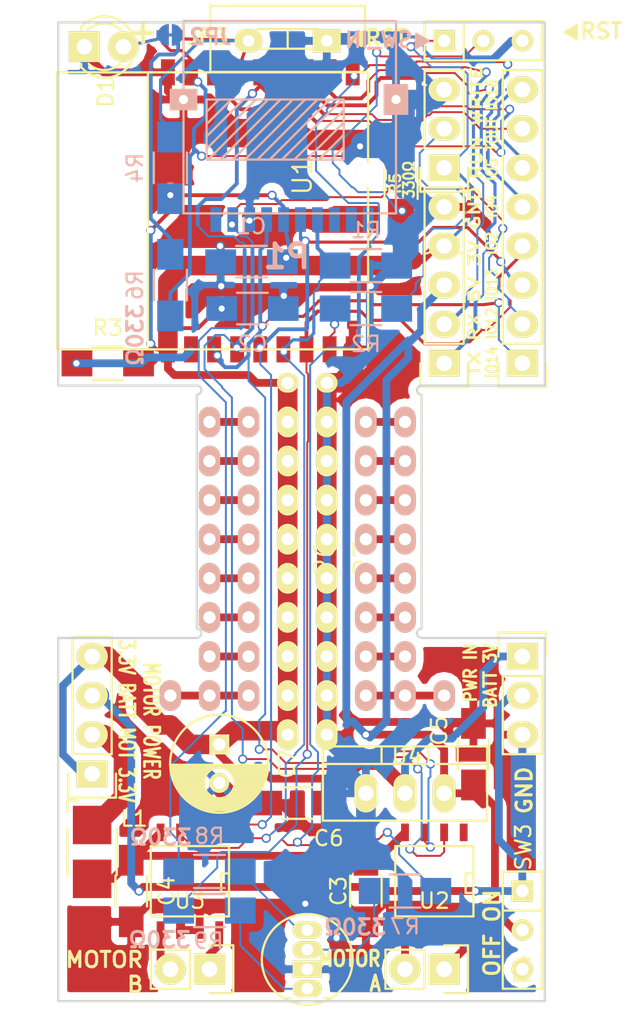
<source format=kicad_pcb>
(kicad_pcb (version 4) (host pcbnew 4.0.2-4+6225~38~ubuntu15.04.1-stable)
  (layers (0 F.Cu signal) (31 B.Cu signal) (34 B.Paste user) (35 F.Paste user) (36 B.SilkS user) (37 F.SilkS user) (38 B.Mask user) (39 F.Mask user) (44 Edge.Cuts user))
  (net 0 "")
  (net 1 +3V3)
  (net 2 GND)
  (net 3 VAA)
  (net 4 "Net-(D1-Pad2)")
  (net 5 "Net-(D2-Pad1)")
  (net 6 "Net-(D2-Pad3)")
  (net 7 "Net-(D2-Pad4)")
  (net 8 "Net-(JP1-Pad2)")
  (net 9 "Net-(JP2-Pad2)")
  (net 10 "Net-(JP2-Pad1)")
  (net 11 "Net-(JP4-Pad2)")
  (net 12 +BATT)
  (net 13 "Net-(P1-Pad7)")
  (net 14 "Net-(P1-Pad3)")
  (net 15 "Net-(P1-Pad2)")
  (net 16 "Net-(P1-Pad1)")
  (net 17 "Net-(P1-Pad8)")
  (net 18 "Net-(P2-Pad4)")
  (net 19 "Net-(P2-Pad5)")
  (net 20 "Net-(P2-Pad6)")
  (net 21 "Net-(P2-Pad7)")
  (net 22 "Net-(P3-Pad1)")
  (net 23 "Net-(P3-Pad2)")
  (net 24 +5V)
  (net 25 "Net-(P4-Pad1)")
  (net 26 "Net-(P4-Pad2)")
  (net 27 "Net-(P5-Pad1)")
  (net 28 "Net-(P5-Pad2)")
  (net 29 "Net-(R2-Pad1)")
  (net 30 "Net-(R3-Pad1)")
  (net 31 "Net-(R5-Pad1)")
  (net 32 "Net-(U2-Pad1)")
  (net 33 "Net-(U3-Pad1)")
  (net 34 "Net-(JP3-Pad1)")
  (net 35 "Net-(P1-Pad5)")
  (net 36 "Net-(P9-Pad1)")
  (module Pin_Headers:Pin_Header_Straight_1x04 (layer F.Cu) (at 101.6 100.33 180)
    (fp_text reference JP4 hide)
    (fp_text value POWER_JUMPER)
    (pad 1 thru_hole rect (at 0 0 180) (size 2.032 1.7272) (drill 1.016) (layers *.Cu *.Mask F.SilkS) (net 1 +3V3))
    (pad 2 thru_hole oval (at 0 2.54 180) (size 2.032 1.7272) (drill 1.016) (layers *.Cu *.Mask F.SilkS) (net 11 "Net-(JP4-Pad2)"))
    (pad 3 thru_hole oval (at 0 5.08 180) (size 2.032 1.7272) (drill 1.016) (layers *.Cu *.Mask F.SilkS) (net 12 +BATT))
    (pad 4 thru_hole oval (at 0 7.62 180) (size 2.032 1.7272) (drill 1.016) (layers *.Cu *.Mask F.SilkS) (net 1 +3V3))
  )
  (module library:Padmatrix-wide-02x01 (layer B.Cu) (at 107.95 95.25)
    (fp_text reference P9 hide)
    (fp_text value UNIVERSAL_PAD hide)
    (pad 1 thru_hole oval (at -1.27 0) (size 1.4 2) (drill 0.8) (layers *.Cu *.Mask B.SilkS) (net 36 "Net-(P9-Pad1)"))
    (pad 2 thru_hole oval (at 1.27 0) (size 1.4 2) (drill 0.8) (layers *.Cu *.Mask B.SilkS) (net 36 "Net-(P9-Pad1)"))
  )
  (module library:Padmatrix-wide-02x01 (layer B.Cu) (at 123.19 95.25)
    (fp_text reference P9 hide)
    (fp_text value UNIVERSAL_PAD hide)
    (pad 1 thru_hole oval (at -1.27 0) (size 1.4 2) (drill 0.8) (layers *.Cu *.Mask B.SilkS) (net 36 "Net-(P9-Pad1)"))
    (pad 2 thru_hole oval (at 1.27 0) (size 1.4 2) (drill 0.8) (layers *.Cu *.Mask B.SilkS) (net 36 "Net-(P9-Pad1)"))
  )
  (module library:Padmatrix-wide-02x01 (layer B.Cu) (at 120.65 92.71)
    (fp_text reference P9 hide)
    (fp_text value UNIVERSAL_PAD hide)
    (pad 1 thru_hole oval (at -1.27 0) (size 1.4 2) (drill 0.8) (layers *.Cu *.Mask B.SilkS) (net 36 "Net-(P9-Pad1)"))
    (pad 2 thru_hole oval (at 1.27 0) (size 1.4 2) (drill 0.8) (layers *.Cu *.Mask B.SilkS) (net 36 "Net-(P9-Pad1)"))
  )
  (module library:Padmatrix-wide-02x01 (layer B.Cu) (at 120.65 95.25)
    (fp_text reference P9 hide)
    (fp_text value UNIVERSAL_PAD hide)
    (pad 1 thru_hole oval (at -1.27 0) (size 1.4 2) (drill 0.8) (layers *.Cu *.Mask B.SilkS) (net 36 "Net-(P9-Pad1)"))
    (pad 2 thru_hole oval (at 1.27 0) (size 1.4 2) (drill 0.8) (layers *.Cu *.Mask B.SilkS) (net 36 "Net-(P9-Pad1)"))
  )
  (module library:Padmatrix-wide-02x01 (layer B.Cu) (at 120.65 90.17)
    (fp_text reference P9 hide)
    (fp_text value UNIVERSAL_PAD hide)
    (pad 1 thru_hole oval (at -1.27 0) (size 1.4 2) (drill 0.8) (layers *.Cu *.Mask B.SilkS) (net 36 "Net-(P9-Pad1)"))
    (pad 2 thru_hole oval (at 1.27 0) (size 1.4 2) (drill 0.8) (layers *.Cu *.Mask B.SilkS) (net 36 "Net-(P9-Pad1)"))
  )
  (module library:Padmatrix-wide-02x01 (layer B.Cu) (at 120.65 87.63)
    (fp_text reference P9 hide)
    (fp_text value UNIVERSAL_PAD hide)
    (pad 1 thru_hole oval (at -1.27 0) (size 1.4 2) (drill 0.8) (layers *.Cu *.Mask B.SilkS) (net 36 "Net-(P9-Pad1)"))
    (pad 2 thru_hole oval (at 1.27 0) (size 1.4 2) (drill 0.8) (layers *.Cu *.Mask B.SilkS) (net 36 "Net-(P9-Pad1)"))
  )
  (module library:Padmatrix-wide-02x01 (layer B.Cu) (at 120.65 77.47)
    (fp_text reference P9 hide)
    (fp_text value UNIVERSAL_PAD hide)
    (pad 1 thru_hole oval (at -1.27 0) (size 1.4 2) (drill 0.8) (layers *.Cu *.Mask B.SilkS) (net 36 "Net-(P9-Pad1)"))
    (pad 2 thru_hole oval (at 1.27 0) (size 1.4 2) (drill 0.8) (layers *.Cu *.Mask B.SilkS) (net 36 "Net-(P9-Pad1)"))
  )
  (module library:Padmatrix-wide-02x01 (layer B.Cu) (at 120.65 80.01)
    (fp_text reference P9 hide)
    (fp_text value UNIVERSAL_PAD hide)
    (pad 1 thru_hole oval (at -1.27 0) (size 1.4 2) (drill 0.8) (layers *.Cu *.Mask B.SilkS) (net 36 "Net-(P9-Pad1)"))
    (pad 2 thru_hole oval (at 1.27 0) (size 1.4 2) (drill 0.8) (layers *.Cu *.Mask B.SilkS) (net 36 "Net-(P9-Pad1)"))
  )
  (module library:Padmatrix-wide-02x01 (layer B.Cu) (at 120.65 85.09)
    (fp_text reference P9 hide)
    (fp_text value UNIVERSAL_PAD hide)
    (pad 1 thru_hole oval (at -1.27 0) (size 1.4 2) (drill 0.8) (layers *.Cu *.Mask B.SilkS) (net 36 "Net-(P9-Pad1)"))
    (pad 2 thru_hole oval (at 1.27 0) (size 1.4 2) (drill 0.8) (layers *.Cu *.Mask B.SilkS) (net 36 "Net-(P9-Pad1)"))
  )
  (module library:Padmatrix-wide-02x01 (layer B.Cu) (at 120.65 82.55)
    (fp_text reference P9 hide)
    (fp_text value UNIVERSAL_PAD hide)
    (pad 1 thru_hole oval (at -1.27 0) (size 1.4 2) (drill 0.8) (layers *.Cu *.Mask B.SilkS) (net 36 "Net-(P9-Pad1)"))
    (pad 2 thru_hole oval (at 1.27 0) (size 1.4 2) (drill 0.8) (layers *.Cu *.Mask B.SilkS) (net 36 "Net-(P9-Pad1)"))
  )
  (module library:Padmatrix-wide-02x01 (layer B.Cu) (at 110.49 82.55)
    (fp_text reference P9 hide)
    (fp_text value UNIVERSAL_PAD hide)
    (pad 1 thru_hole oval (at -1.27 0) (size 1.4 2) (drill 0.8) (layers *.Cu *.Mask B.SilkS) (net 36 "Net-(P9-Pad1)"))
    (pad 2 thru_hole oval (at 1.27 0) (size 1.4 2) (drill 0.8) (layers *.Cu *.Mask B.SilkS) (net 36 "Net-(P9-Pad1)"))
  )
  (module library:Padmatrix-wide-02x01 (layer B.Cu) (at 110.49 85.09)
    (fp_text reference P9 hide)
    (fp_text value UNIVERSAL_PAD hide)
    (pad 1 thru_hole oval (at -1.27 0) (size 1.4 2) (drill 0.8) (layers *.Cu *.Mask B.SilkS) (net 36 "Net-(P9-Pad1)"))
    (pad 2 thru_hole oval (at 1.27 0) (size 1.4 2) (drill 0.8) (layers *.Cu *.Mask B.SilkS) (net 36 "Net-(P9-Pad1)"))
  )
  (module library:Padmatrix-wide-02x01 (layer B.Cu) (at 110.49 80.01)
    (fp_text reference P9 hide)
    (fp_text value UNIVERSAL_PAD hide)
    (pad 1 thru_hole oval (at -1.27 0) (size 1.4 2) (drill 0.8) (layers *.Cu *.Mask B.SilkS) (net 36 "Net-(P9-Pad1)"))
    (pad 2 thru_hole oval (at 1.27 0) (size 1.4 2) (drill 0.8) (layers *.Cu *.Mask B.SilkS) (net 36 "Net-(P9-Pad1)"))
  )
  (module library:Padmatrix-wide-02x01 (layer B.Cu) (at 110.49 77.47)
    (fp_text reference P9 hide)
    (fp_text value UNIVERSAL_PAD hide)
    (pad 1 thru_hole oval (at -1.27 0) (size 1.4 2) (drill 0.8) (layers *.Cu *.Mask B.SilkS) (net 36 "Net-(P9-Pad1)"))
    (pad 2 thru_hole oval (at 1.27 0) (size 1.4 2) (drill 0.8) (layers *.Cu *.Mask B.SilkS) (net 36 "Net-(P9-Pad1)"))
  )
  (module library:Padmatrix-wide-02x01 (layer B.Cu) (at 110.49 87.63)
    (fp_text reference P9 hide)
    (fp_text value UNIVERSAL_PAD hide)
    (pad 1 thru_hole oval (at -1.27 0) (size 1.4 2) (drill 0.8) (layers *.Cu *.Mask B.SilkS) (net 36 "Net-(P9-Pad1)"))
    (pad 2 thru_hole oval (at 1.27 0) (size 1.4 2) (drill 0.8) (layers *.Cu *.Mask B.SilkS) (net 36 "Net-(P9-Pad1)"))
  )
  (module library:Padmatrix-wide-02x01 (layer B.Cu) (at 110.49 90.17)
    (fp_text reference P9 hide)
    (fp_text value UNIVERSAL_PAD hide)
    (pad 1 thru_hole oval (at -1.27 0) (size 1.4 2) (drill 0.8) (layers *.Cu *.Mask B.SilkS) (net 36 "Net-(P9-Pad1)"))
    (pad 2 thru_hole oval (at 1.27 0) (size 1.4 2) (drill 0.8) (layers *.Cu *.Mask B.SilkS) (net 36 "Net-(P9-Pad1)"))
  )
  (module library:Padmatrix-wide-02x01 (layer B.Cu) (at 110.49 95.25)
    (fp_text reference P9 hide)
    (fp_text value UNIVERSAL_PAD hide)
    (pad 1 thru_hole oval (at -1.27 0) (size 1.4 2) (drill 0.8) (layers *.Cu *.Mask B.SilkS) (net 36 "Net-(P9-Pad1)"))
    (pad 2 thru_hole oval (at 1.27 0) (size 1.4 2) (drill 0.8) (layers *.Cu *.Mask B.SilkS) (net 36 "Net-(P9-Pad1)"))
  )
  (module library:TF_Socket_DONGGUAN_MINYUE_ELECTRONICS (layer B.Cu) (at 114.935 58.42 180)
    (fp_text reference P1 (at 0.7 -8.3 180) (layer B.SilkS) (effects (font (thickness 0.3048)) (justify mirror)))
    (fp_text value MICRO_SD hide)
    (pad "" thru_hole rect (at -6.4 1.9 180) (size 1.6002 1.99898) (drill 0.59944) (layers *.Cu *.Mask B.SilkS) (net 2 GND))
    (pad "" np_thru_hole circle (at 5.5 -3 180) (size 1.6 1.6) (drill 1.6) (layers *.Mask B.Cu B.SilkS))
    (pad 10 smd rect (at -4.59874 -5.9001 180) (size 0.70104 1.6002) (layers B.Cu B.Paste B.Mask))
    (pad 9 smd rect (at -3.49892 -5.9001 180) (size 0.70104 1.6002) (layers B.Cu B.Paste B.Mask))
    (pad "" np_thru_hole circle (at -4.5 -3 180) (size 1.6 1.6) (drill 1.6) (layers *.Mask B.Cu B.SilkS))
    (pad "" thru_hole rect (at 7.4 1.9 180) (size 1.8 1.4) (drill 0.59944) (layers *.Cu *.Mask B.SilkS) (net 2 GND))
    (pad 7 smd rect (at 4.20018 -5.9001 180) (size 0.70104 1.6002) (layers B.Cu B.Paste B.Mask) (net 13 "Net-(P1-Pad7)"))
    (pad 6 smd rect (at 3.10036 -5.9001 180) (size 0.70104 1.6002) (layers B.Cu B.Paste B.Mask) (net 2 GND))
    (pad 5 smd rect (at 2.00054 -5.9001 180) (size 0.70104 1.6002) (layers B.Cu B.Paste B.Mask) (net 35 "Net-(P1-Pad5)"))
    (pad 4 smd rect (at 0.90072 -5.9001 180) (size 0.70104 1.6002) (layers B.Cu B.Paste B.Mask) (net 1 +3V3))
    (pad 3 smd rect (at -0.1991 -5.9001 180) (size 0.70104 1.6002) (layers B.Cu B.Paste B.Mask) (net 14 "Net-(P1-Pad3)"))
    (pad 2 smd rect (at -1.29892 -5.9001 180) (size 0.70104 1.6002) (layers B.Cu B.Paste B.Mask) (net 15 "Net-(P1-Pad2)"))
    (pad 1 smd rect (at -2.39874 -5.9001 180) (size 0.70104 1.6002) (layers B.Cu B.Paste B.Mask) (net 16 "Net-(P1-Pad1)"))
    (pad 8 smd rect (at 5.3 -5.9001 180) (size 0.70104 1.6002) (layers B.Cu B.Paste B.Mask) (net 17 "Net-(P1-Pad8)"))
  )
  (module Capacitors_SMD:C_1206_HandSoldering (layer B.Cu) (at 111.9505 67.056 180)
    (fp_text reference C1 (at 0 2.3 180) (layer B.SilkS) (effects (justify mirror)))
    (fp_text value 0.1uF)
    (pad 1 smd rect (at -2 0 180) (size 2 1.6) (layers B.Cu B.Paste B.Mask) (net 1 +3V3))
    (pad 2 smd rect (at 2 0 180) (size 2 1.6) (layers B.Cu B.Paste B.Mask) (net 2 GND))
  )
  (module Capacitors_SMD:C_1206_HandSoldering (layer B.Cu) (at 112.014 70.104)
    (fp_text reference C2 (at 0 2.3) (layer B.SilkS) (effects (justify mirror)))
    (fp_text value 0.1uF)
    (pad 1 smd rect (at -2 0) (size 2 1.6) (layers B.Cu B.Paste B.Mask) (net 1 +3V3))
    (pad 2 smd rect (at 2 0) (size 2 1.6) (layers B.Cu B.Paste B.Mask) (net 2 GND))
  )
  (module Capacitors_SMD:C_1206_HandSoldering (layer F.Cu) (at 119.38 107.95 270)
    (fp_text reference C3 (at 0 1.778 270) (layer F.SilkS))
    (fp_text value 0.1uF)
    (pad 1 smd rect (at -2 0 270) (size 2 1.6) (layers F.Cu F.Paste F.Mask) (net 3 VAA))
    (pad 2 smd rect (at 2 0 270) (size 2 1.6) (layers F.Cu F.Paste F.Mask) (net 2 GND))
  )
  (module Capacitors_SMD:C_1206_HandSoldering (layer F.Cu) (at 104.14 107.95 270)
    (fp_text reference C4 (at 0 -2.3 270) (layer F.SilkS))
    (fp_text value 0.1uF)
    (pad 1 smd rect (at -2 0 270) (size 2 1.6) (layers F.Cu F.Paste F.Mask) (net 3 VAA))
    (pad 2 smd rect (at 2 0 270) (size 2 1.6) (layers F.Cu F.Paste F.Mask) (net 2 GND))
  )
  (module Capacitors_SMD:C_1206_HandSoldering (layer F.Cu) (at 126.365 99.06 90)
    (fp_text reference C5 (at 1.524 -2.2225 90) (layer F.SilkS))
    (fp_text value 0.1uF)
    (pad 1 smd rect (at -2 0 90) (size 2 1.6) (layers F.Cu F.Paste F.Mask) (net 24 +5V))
    (pad 2 smd rect (at 2 0 90) (size 2 1.6) (layers F.Cu F.Paste F.Mask) (net 2 GND))
  )
  (module Capacitors_SMD:C_1206_HandSoldering (layer F.Cu) (at 114.935 102.235 180)
    (fp_text reference C6 (at -2.032 -2.286 180) (layer F.SilkS))
    (fp_text value 0.1uF)
    (pad 1 smd rect (at -2 0 180) (size 2 1.6) (layers F.Cu F.Paste F.Mask) (net 1 +3V3))
    (pad 2 smd rect (at 2 0 180) (size 2 1.6) (layers F.Cu F.Paste F.Mask) (net 2 GND))
  )
  (module Capacitors_ThroughHole:C_Radial_D6.3_L11.2_P2.5 (layer F.Cu) (at 109.855 98.425 270)
    (fp_text reference C7 (at 1.25 -4.4 270) (layer F.SilkS))
    (fp_text value 100uF)
    (pad 2 thru_hole circle (at 2.5 0 270) (size 1.3 1.3) (drill 0.8) (layers *.Cu *.Mask F.SilkS) (net 2 GND))
    (pad 1 thru_hole rect (at 0 0 270) (size 1.3 1.3) (drill 0.8) (layers *.Cu *.Mask F.SilkS) (net 1 +3V3))
  )
  (module LEDs:LED-3MM (layer F.Cu) (at 101.092 53.086)
    (fp_text reference D1 (at 1.397 2.9845 90) (layer F.SilkS))
    (fp_text value YELLOW)
    (pad 1 thru_hole rect (at 0 0 90) (size 2 2) (drill 1.00076) (layers *.Cu *.Mask F.SilkS) (net 2 GND))
    (pad 2 thru_hole circle (at 2.54 0) (size 2 2) (drill 1.00076) (layers *.Cu *.Mask F.SilkS) (net 4 "Net-(D1-Pad2)"))
  )
  (module LEDs:LED-RGB-5MM_Common_Cathode (layer F.Cu) (at 115.57 114.3 180)
    (fp_text reference D2 hide)
    (fp_text value LED_RCBG)
    (pad 1 thru_hole oval (at 0 0 180) (size 1.905 1.1176) (drill 0.762) (layers *.Cu *.Mask F.SilkS) (net 5 "Net-(D2-Pad1)"))
    (pad 2 thru_hole rect (at 0 1.27 180) (size 1.905 1.1176) (drill 0.762) (layers *.Cu *.Mask F.SilkS) (net 2 GND))
    (pad 3 thru_hole oval (at 0 2.54 180) (size 1.905 1.1176) (drill 0.762) (layers *.Cu *.Mask F.SilkS) (net 6 "Net-(D2-Pad3)"))
    (pad 4 thru_hole oval (at 0 3.81 180) (size 1.905 1.1176) (drill 0.762) (layers *.Cu *.Mask F.SilkS) (net 7 "Net-(D2-Pad4)"))
  )
  (module Pin_Headers:Pin_Header_Straight_1x03 (layer F.Cu) (at 124.46 60.96 180)
    (fp_text reference JP1 (at 0 -5.1 180) (layer F.SilkS))
    (fp_text value WRITE)
    (pad 1 thru_hole rect (at 0 0 180) (size 2.032 1.7272) (drill 1.016) (layers *.Cu *.Mask F.SilkS) (net 1 +3V3))
    (pad 2 thru_hole oval (at 0 2.54 180) (size 2.032 1.524) (drill 1.016) (layers *.Cu *.Mask F.SilkS) (net 8 "Net-(JP1-Pad2)"))
    (pad 3 thru_hole oval (at 0 5.08 180) (size 2.032 1.524) (drill 1.016) (layers *.Cu *.Mask F.SilkS) (net 2 GND))
  )
  (module library:Soldar_Jumper_Unconnected (layer F.Cu) (at 106.68 52.324 180)
    (fp_text reference JP2 hide)
    (fp_text value WAKEUP_JUMPER hide)
    (fp_poly (pts (xy -0.106676 -0.339819) (xy -0.106618 -0.267134) (xy -0.106451 -0.187517) (xy -0.106186 -0.103177) (xy -0.105833 -0.016323) (xy -0.105405 0.070837) (xy -0.10491 0.156093) (xy -0.104359 0.237238) (xy -0.103764 0.312062) (xy -0.103302 0.36195) (xy -0.099932 0.70104) (xy -0.127436 0.700186) (xy -0.147826 0.699313) (xy -0.167845 0.698084) (xy -0.17526 0.697488) (xy -0.218578 0.691319) (xy -0.266954 0.680674) (xy -0.316895 0.666558) (xy -0.364904 0.649977) (xy -0.407487 0.631939) (xy -0.41402 0.628757) (xy -0.487229 0.586858) (xy -0.553716 0.537837) (xy -0.613172 0.482389) (xy -0.66529 0.421214) (xy -0.709758 0.355009) (xy -0.746269 0.284473) (xy -0.774512 0.210302) (xy -0.794179 0.133195) (xy -0.804961 0.053849) (xy -0.806548 -0.027036) (xy -0.798632 -0.108764) (xy -0.780902 -0.190637) (xy -0.779402 -0.195949) (xy -0.767 -0.23272) (xy -0.749989 -0.274045) (xy -0.73 -0.316463) (xy -0.708669 -0.356513) (xy -0.687629 -0.390734) (xy -0.686989 -0.39168) (xy -0.635379 -0.458835) (xy -0.577123 -0.518516) (xy -0.512809 -0.570387) (xy -0.443025 -0.614108) (xy -0.368356 -0.649342) (xy -0.289392 -0.67575) (xy -0.206718 -0.692995) (xy -0.153067 -0.698997) (xy -0.10668 -0.702497) (xy -0.106676 -0.339819)) (layer F.Cu) (width 0.01))
    (fp_poly (pts (xy 0.15367 -0.699) (xy 0.237292 -0.687872) (xy 0.317475 -0.667501) (xy 0.393654 -0.638391) (xy 0.465261 -0.601044) (xy 0.531732 -0.555963) (xy 0.5925 -0.503651) (xy 0.646999 -0.44461) (xy 0.694663 -0.379344) (xy 0.734927 -0.308354) (xy 0.767225 -0.232145) (xy 0.79099 -0.151219) (xy 0.795921 -0.128372) (xy 0.80125 -0.091637) (xy 0.80437 -0.048125) (xy 0.805311 -0.000971) (xy 0.804102 0.046693) (xy 0.800773 0.091733) (xy 0.795352 0.131014) (xy 0.793393 0.140887) (xy 0.770758 0.222543) (xy 0.739465 0.299492) (xy 0.700086 0.371236) (xy 0.653194 0.437277) (xy 0.599362 0.497119) (xy 0.539164 0.550263) (xy 0.473172 0.596214) (xy 0.40196 0.634474) (xy 0.326099 0.664545) (xy 0.246164 0.685931) (xy 0.162727 0.698133) (xy 0.150094 0.69913) (xy 0.099915 0.702658) (xy 0.103293 0.362759) (xy 0.103916 0.293846) (xy 0.104502 0.216986) (xy 0.105041 0.134394) (xy 0.10552 0.048281) (xy 0.105931 -0.039138) (xy 0.106262 -0.12565) (xy 0.106503 -0.209042) (xy 0.106643 -0.287101) (xy 0.106675 -0.339819) (xy 0.10668 -0.702497) (xy 0.15367 -0.699)) (layer F.Cu) (width 0.01))
    (pad 2 smd rect (at 0.5 0 180) (size 0.8 0.6) (layers F.Cu F.Paste F.Mask) (net 9 "Net-(JP2-Pad2)"))
    (pad 1 smd rect (at -0.5 0 180) (size 0.8 0.6) (layers F.Cu F.Paste F.Mask) (net 10 "Net-(JP2-Pad1)"))
  )
  (module library:Soldar_Jumper_Unconnected (layer B.Cu) (at 106.68 52.324 180)
    (fp_text reference JP3 hide)
    (fp_text value YELLOW_LED hide)
    (fp_poly (pts (xy -0.106676 0.339819) (xy -0.106618 0.267134) (xy -0.106451 0.187517) (xy -0.106186 0.103177) (xy -0.105833 0.016323) (xy -0.105405 -0.070837) (xy -0.10491 -0.156093) (xy -0.104359 -0.237238) (xy -0.103764 -0.312062) (xy -0.103302 -0.36195) (xy -0.099932 -0.70104) (xy -0.127436 -0.700186) (xy -0.147826 -0.699313) (xy -0.167845 -0.698084) (xy -0.17526 -0.697488) (xy -0.218578 -0.691319) (xy -0.266954 -0.680674) (xy -0.316895 -0.666558) (xy -0.364904 -0.649977) (xy -0.407487 -0.631939) (xy -0.41402 -0.628757) (xy -0.487229 -0.586858) (xy -0.553716 -0.537837) (xy -0.613172 -0.482389) (xy -0.66529 -0.421214) (xy -0.709758 -0.355009) (xy -0.746269 -0.284473) (xy -0.774512 -0.210302) (xy -0.794179 -0.133195) (xy -0.804961 -0.053849) (xy -0.806548 0.027036) (xy -0.798632 0.108764) (xy -0.780902 0.190637) (xy -0.779402 0.195949) (xy -0.767 0.23272) (xy -0.749989 0.274045) (xy -0.73 0.316463) (xy -0.708669 0.356513) (xy -0.687629 0.390734) (xy -0.686989 0.39168) (xy -0.635379 0.458835) (xy -0.577123 0.518516) (xy -0.512809 0.570387) (xy -0.443025 0.614108) (xy -0.368356 0.649342) (xy -0.289392 0.67575) (xy -0.206718 0.692995) (xy -0.153067 0.698997) (xy -0.10668 0.702497) (xy -0.106676 0.339819)) (layer B.Cu) (width 0.01))
    (fp_poly (pts (xy 0.15367 0.699) (xy 0.237292 0.687872) (xy 0.317475 0.667501) (xy 0.393654 0.638391) (xy 0.465261 0.601044) (xy 0.531732 0.555963) (xy 0.5925 0.503651) (xy 0.646999 0.44461) (xy 0.694663 0.379344) (xy 0.734927 0.308354) (xy 0.767225 0.232145) (xy 0.79099 0.151219) (xy 0.795921 0.128372) (xy 0.80125 0.091637) (xy 0.80437 0.048125) (xy 0.805311 0.000971) (xy 0.804102 -0.046693) (xy 0.800773 -0.091733) (xy 0.795352 -0.131014) (xy 0.793393 -0.140887) (xy 0.770758 -0.222543) (xy 0.739465 -0.299492) (xy 0.700086 -0.371236) (xy 0.653194 -0.437277) (xy 0.599362 -0.497119) (xy 0.539164 -0.550263) (xy 0.473172 -0.596214) (xy 0.40196 -0.634474) (xy 0.326099 -0.664545) (xy 0.246164 -0.685931) (xy 0.162727 -0.698133) (xy 0.150094 -0.69913) (xy 0.099915 -0.702658) (xy 0.103293 -0.362759) (xy 0.103916 -0.293846) (xy 0.104502 -0.216986) (xy 0.105041 -0.134394) (xy 0.10552 -0.048281) (xy 0.105931 0.039138) (xy 0.106262 0.12565) (xy 0.106503 0.209042) (xy 0.106643 0.287101) (xy 0.106675 0.339819) (xy 0.10668 0.702497) (xy 0.15367 0.699)) (layer B.Cu) (width 0.01))
    (pad 2 smd rect (at 0.5 0 180) (size 0.8 0.6) (layers B.Cu B.Paste B.Mask) (net 4 "Net-(D1-Pad2)"))
    (pad 1 smd rect (at -0.5 0 180) (size 0.8 0.6) (layers B.Cu B.Paste B.Mask) (net 34 "Net-(JP3-Pad1)"))
  )
  (module Inductors:Inductor_1212 (layer F.Cu) (at 101.6 105.41 270)
    (fp_text reference L1 (at -2.159 -2.7305 360) (layer F.SilkS))
    (fp_text value INDUCTOR_SMALL)
    (pad 1 smd rect (at -1.75 0 270) (size 2.5 2.5) (layers F.Cu F.Paste F.Mask) (net 11 "Net-(JP4-Pad2)"))
    (pad 2 smd rect (at 1.75 0 270) (size 2.5 2.5) (layers F.Cu F.Paste F.Mask) (net 3 VAA))
  )
  (module Pin_Headers:Pin_Header_Straight_1x08 (layer F.Cu) (at 129.54 73.66 180)
    (fp_text reference P2 hide)
    (fp_text value BREADBOARD)
    (pad 1 thru_hole rect (at 0 0 180) (size 2.032 1.7272) (drill 1.016) (layers *.Cu *.Mask F.SilkS) (net 35 "Net-(P1-Pad5)"))
    (pad 2 thru_hole oval (at 0 2.54 180) (size 2.032 1.7272) (drill 1.016) (layers *.Cu *.Mask F.SilkS) (net 13 "Net-(P1-Pad7)"))
    (pad 3 thru_hole oval (at 0 5.08 180) (size 2.032 1.7272) (drill 1.016) (layers *.Cu *.Mask F.SilkS) (net 14 "Net-(P1-Pad3)"))
    (pad 4 thru_hole oval (at 0 7.62 180) (size 2.032 1.7272) (drill 1.016) (layers *.Cu *.Mask F.SilkS) (net 18 "Net-(P2-Pad4)"))
    (pad 5 thru_hole oval (at 0 10.16 180) (size 2.032 1.7272) (drill 1.016) (layers *.Cu *.Mask F.SilkS) (net 19 "Net-(P2-Pad5)"))
    (pad 6 thru_hole oval (at 0 12.7 180) (size 2.032 1.7272) (drill 1.016) (layers *.Cu *.Mask F.SilkS) (net 20 "Net-(P2-Pad6)"))
    (pad 7 thru_hole oval (at 0 15.24 180) (size 2.032 1.7272) (drill 1.016) (layers *.Cu *.Mask F.SilkS) (net 21 "Net-(P2-Pad7)"))
    (pad 8 thru_hole oval (at 0 17.78 180) (size 2.032 1.7272) (drill 1.016) (layers *.Cu *.Mask F.SilkS) (net 9 "Net-(JP2-Pad2)"))
  )
  (module Pin_Headers:Pin_Header_Straight_1x05 (layer F.Cu) (at 124.46 73.66 180)
    (fp_text reference P3 hide)
    (fp_text value PROGRAM)
    (pad 1 thru_hole rect (at 0 0 180) (size 2.032 1.7272) (drill 1.016) (layers *.Cu *.Mask F.SilkS) (net 22 "Net-(P3-Pad1)"))
    (pad 2 thru_hole oval (at 0 2.54 180) (size 2.032 1.7272) (drill 1.016) (layers *.Cu *.Mask F.SilkS) (net 23 "Net-(P3-Pad2)"))
    (pad 3 thru_hole oval (at 0 5.08 180) (size 2.032 1.7272) (drill 1.016) (layers *.Cu *.Mask F.SilkS) (net 24 +5V))
    (pad 4 thru_hole oval (at 0 7.62 180) (size 2.032 1.7272) (drill 1.016) (layers *.Cu *.Mask F.SilkS) (net 1 +3V3))
    (pad 5 thru_hole oval (at 0 10.16 180) (size 2.032 1.7272) (drill 1.016) (layers *.Cu *.Mask F.SilkS) (net 2 GND))
  )
  (module Pin_Headers:Pin_Header_Straight_1x02 (layer F.Cu) (at 124.46 113.03 270)
    (fp_text reference P4 (at 0 -5.1 270) (layer F.SilkS))
    (fp_text value MOTOR_B)
    (pad 1 thru_hole rect (at 0 0 270) (size 2.032 2.032) (drill 1.016) (layers *.Cu *.Mask F.SilkS) (net 25 "Net-(P4-Pad1)"))
    (pad 2 thru_hole oval (at 0 2.54 270) (size 2.032 2.032) (drill 1.016) (layers *.Cu *.Mask F.SilkS) (net 26 "Net-(P4-Pad2)"))
  )
  (module Pin_Headers:Pin_Header_Straight_1x02 (layer F.Cu) (at 109.22 113.03 270)
    (fp_text reference P5 hide)
    (fp_text value MOTOR_A)
    (pad 1 thru_hole rect (at 0 0 270) (size 2.032 2.032) (drill 1.016) (layers *.Cu *.Mask F.SilkS) (net 27 "Net-(P5-Pad1)"))
    (pad 2 thru_hole oval (at 0 2.54 270) (size 2.032 2.032) (drill 1.016) (layers *.Cu *.Mask F.SilkS) (net 28 "Net-(P5-Pad2)"))
  )
  (module Pin_Headers:Pin_Header_Straight_1x03 (layer F.Cu) (at 129.54 92.71)
    (fp_text reference P8 hide)
    (fp_text value POWER_IN)
    (pad 1 thru_hole rect (at 0 0) (size 2.032 1.7272) (drill 1.016) (layers *.Cu *.Mask F.SilkS) (net 1 +3V3))
    (pad 2 thru_hole oval (at 0 2.54) (size 2.032 1.7272) (drill 1.016) (layers *.Cu *.Mask F.SilkS) (net 12 +BATT))
    (pad 3 thru_hole oval (at 0 5.08) (size 2.032 1.7272) (drill 1.016) (layers *.Cu *.Mask F.SilkS) (net 2 GND))
  )
  (module Resistors_SMD:R_1206_HandSoldering (layer B.Cu) (at 119.38 67.31 180)
    (fp_text reference R1 (at 0 2.3 180) (layer B.SilkS) (effects (justify mirror)))
    (fp_text value 10kΩ)
    (pad 1 smd rect (at -2 0 180) (size 2 1.7) (layers B.Cu B.Paste B.Mask) (net 2 GND))
    (pad 2 smd rect (at 2 0 180) (size 2 1.7) (layers B.Cu B.Paste B.Mask) (net 15 "Net-(P1-Pad2)"))
  )
  (module Resistors_SMD:R_1206_HandSoldering (layer B.Cu) (at 119.38 70.104)
    (fp_text reference R2 (at 0 2.3) (layer B.SilkS) (effects (justify mirror)))
    (fp_text value 10kΩ)
    (pad 1 smd rect (at -2 0) (size 2 1.7) (layers B.Cu B.Paste B.Mask) (net 29 "Net-(R2-Pad1)"))
    (pad 2 smd rect (at 2 0) (size 2 1.7) (layers B.Cu B.Paste B.Mask) (net 8 "Net-(JP1-Pad2)"))
  )
  (module Resistors_SMD:R_1206_HandSoldering (layer F.Cu) (at 102.616 73.66)
    (fp_text reference R3 (at 0 -2.3) (layer F.SilkS))
    (fp_text value 10kΩ hide)
    (pad 1 smd rect (at -2 0) (size 2 1.7) (layers F.Cu F.Paste F.Mask) (net 30 "Net-(R3-Pad1)"))
    (pad 2 smd rect (at 2 0) (size 2 1.7) (layers F.Cu F.Paste F.Mask) (net 1 +3V3))
  )
  (module Resistors_SMD:R_1206_HandSoldering (layer B.Cu) (at 106.68 60.96 270)
    (fp_text reference R4 (at 0 2.3 270) (layer B.SilkS) (effects (justify mirror)))
    (fp_text value 10kΩ)
    (pad 1 smd rect (at -2 0 270) (size 2 1.7) (layers B.Cu B.Paste B.Mask) (net 10 "Net-(JP2-Pad1)"))
    (pad 2 smd rect (at 2 0 270) (size 2 1.7) (layers B.Cu B.Paste B.Mask) (net 1 +3V3))
  )
  (module Resistors_SMD:R_1206_HandSoldering (layer F.Cu) (at 121.666 61.976 90)
    (fp_text reference R5 (at 0 -0.381 90) (layer F.SilkS) (effects (font (size 0.7 0.7))))
    (fp_text value 330Ω)
    (pad 1 smd rect (at -2 0 90) (size 2 1.7) (layers F.Cu F.Paste F.Mask) (net 31 "Net-(R5-Pad1)"))
    (pad 2 smd rect (at 2 0 90) (size 2 1.7) (layers F.Cu F.Paste F.Mask) (net 9 "Net-(JP2-Pad2)"))
  )
  (module Resistors_SMD:R_1206_HandSoldering (layer B.Cu) (at 106.68 68.58 270)
    (fp_text reference R6 (at 0 2.3 270) (layer B.SilkS) (effects (justify mirror)))
    (fp_text value 330Ω)
    (pad 1 smd rect (at -2 0 270) (size 2 1.7) (layers B.Cu B.Paste B.Mask) (net 34 "Net-(JP3-Pad1)"))
    (pad 2 smd rect (at 2 0 270) (size 2 1.7) (layers B.Cu B.Paste B.Mask) (net 9 "Net-(JP2-Pad2)"))
  )
  (module Resistors_SMD:R_1206_HandSoldering (layer B.Cu) (at 121.92 107.95)
    (fp_text reference R7 (at 0 2.3) (layer B.SilkS) (effects (justify mirror)))
    (fp_text value 330Ω)
    (pad 1 smd rect (at -2 0) (size 2 1.7) (layers B.Cu B.Paste B.Mask) (net 6 "Net-(D2-Pad3)"))
    (pad 2 smd rect (at 2 0) (size 2 1.7) (layers B.Cu B.Paste B.Mask) (net 19 "Net-(P2-Pad5)"))
  )
  (module Resistors_SMD:R_1206_HandSoldering (layer B.Cu) (at 109.22 106.68 180)
    (fp_text reference R8 (at 0 2.3 180) (layer B.SilkS) (effects (justify mirror)))
    (fp_text value 330Ω)
    (pad 1 smd rect (at -2 0 180) (size 2 1.7) (layers B.Cu B.Paste B.Mask) (net 7 "Net-(D2-Pad4)"))
    (pad 2 smd rect (at 2 0 180) (size 2 1.7) (layers B.Cu B.Paste B.Mask) (net 20 "Net-(P2-Pad6)"))
  )
  (module Resistors_SMD:R_1206_HandSoldering (layer B.Cu) (at 109.22 109.22 180)
    (fp_text reference R9 (at 0.0635 -1.9685 180) (layer B.SilkS) (effects (justify mirror)))
    (fp_text value 330Ω)
    (pad 1 smd rect (at -2 0 180) (size 2 1.7) (layers B.Cu B.Paste B.Mask) (net 5 "Net-(D2-Pad1)"))
    (pad 2 smd rect (at 2 0 180) (size 2 1.7) (layers B.Cu B.Paste B.Mask) (net 18 "Net-(P2-Pad4)"))
  )
  (module Buttons_Switches_ThroughHole:SW_DIP_x1_Slide (layer F.Cu) (at 118.11 52.578 90)
    (fp_text reference SW1 hide)
    (fp_text value RESET)
    (pad 1 thru_hole rect (at -0.127 -1.27 90) (size 1.524 1.824) (drill 0.762) (layers *.Cu *.Mask F.SilkS) (net 2 GND))
    (pad 2 thru_hole oval (at -0.127 -6.35 90) (size 1.524 1.824) (drill 0.762) (layers *.Cu *.Mask F.SilkS) (net 10 "Net-(JP2-Pad1)"))
  )
  (module Buttons_Switches_ThroughHole:SW_Micro_SPST (layer F.Cu) (at 127 52.705)
    (fp_text reference SW2 hide)
    (fp_text value MULTIFUNCTION_SW)
    (pad 1 thru_hole rect (at -2.54 0) (size 1.397 1.397) (drill 0.8128) (layers *.Cu *.Mask F.SilkS) (net 1 +3V3))
    (pad 2 thru_hole circle (at 0 0) (size 1.397 1.397) (drill 0.8128) (layers *.Cu *.Mask F.SilkS) (net 31 "Net-(R5-Pad1)"))
    (pad 3 thru_hole circle (at 2.54 0) (size 1.397 1.397) (drill 0.8128) (layers *.Cu *.Mask F.SilkS) (net 2 GND))
  )
  (module Buttons_Switches_ThroughHole:SW_Micro_SPST (layer F.Cu) (at 129.54 110.49 270)
    (fp_text reference SW3 (at -5.3975 -0.0635 270) (layer F.SilkS))
    (fp_text value POWER_SW)
    (pad 1 thru_hole rect (at -2.54 0 270) (size 1.397 1.397) (drill 0.8128) (layers *.Cu *.Mask F.SilkS) (net 12 +BATT))
    (pad 2 thru_hole circle (at 0 0 270) (size 1.397 1.397) (drill 0.8128) (layers *.Cu *.Mask F.SilkS) (net 24 +5V))
    (pad 3 thru_hole circle (at 2.54 0 270) (size 1.397 1.397) (drill 0.8128) (layers *.Cu *.Mask F.SilkS))
  )
  (module library:ESP_WROOM_02 (layer F.Cu) (at 112.522 63.754 90)
    (fp_text reference U1 (at 2.2225 2.7305 90) (layer F.SilkS) (effects (font (size 1.2 1.2))))
    (fp_text value ESP-WROOM-02)
    (pad 18 smd rect (at 9 -6) (size 0.9 1.7) (layers F.Cu F.Paste F.Mask) (net 2 GND))
    (pad 1 smd rect (at -9 -6) (size 0.9 1.7) (layers F.Cu F.Paste F.Mask) (net 1 +3V3))
    (pad 17 smd rect (at 9 -4.5) (size 0.9 1.7) (layers F.Cu F.Paste F.Mask) (net 9 "Net-(JP2-Pad2)"))
    (pad 2 smd rect (at -9 -4.5) (size 0.9 1.7) (layers F.Cu F.Paste F.Mask) (net 30 "Net-(R3-Pad1)"))
    (pad 16 smd rect (at 9 -3) (size 0.9 1.7) (layers F.Cu F.Paste F.Mask) (net 21 "Net-(P2-Pad7)"))
    (pad 3 smd rect (at -9 -3) (size 0.9 1.7) (layers F.Cu F.Paste F.Mask) (net 35 "Net-(P1-Pad5)"))
    (pad 15 smd rect (at 9 -1.5) (size 0.9 1.7) (layers F.Cu F.Paste F.Mask) (net 10 "Net-(JP2-Pad1)"))
    (pad 4 smd rect (at -9 -1.5) (size 0.9 1.7) (layers F.Cu F.Paste F.Mask) (net 13 "Net-(P1-Pad7)"))
    (pad 14 smd rect (at 9 0) (size 0.9 1.7) (layers F.Cu F.Paste F.Mask) (net 20 "Net-(P2-Pad6)"))
    (pad 5 smd rect (at -9 0) (size 0.9 1.7) (layers F.Cu F.Paste F.Mask) (net 14 "Net-(P1-Pad3)"))
    (pad 13 smd rect (at 9 1.5) (size 0.9 1.7) (layers F.Cu F.Paste F.Mask) (net 2 GND))
    (pad 6 smd rect (at -9 1.5) (size 0.9 1.7) (layers F.Cu F.Paste F.Mask) (net 15 "Net-(P1-Pad2)"))
    (pad 12 smd rect (at 9 3) (size 0.9 1.7) (layers F.Cu F.Paste F.Mask) (net 22 "Net-(P3-Pad1)"))
    (pad 7 smd rect (at -9 3) (size 0.9 1.7) (layers F.Cu F.Paste F.Mask) (net 18 "Net-(P2-Pad4)"))
    (pad 11 smd rect (at 9 4.5) (size 0.9 1.7) (layers F.Cu F.Paste F.Mask) (net 23 "Net-(P3-Pad2)"))
    (pad 8 smd rect (at -9 4.5) (size 0.9 1.7) (layers F.Cu F.Paste F.Mask) (net 29 "Net-(R2-Pad1)"))
    (pad 10 smd rect (at 9 6) (size 0.9 1.7) (layers F.Cu F.Paste F.Mask) (net 19 "Net-(P2-Pad5)"))
    (pad 9 smd rect (at -9 6) (size 0.9 1.7) (layers F.Cu F.Paste F.Mask) (net 2 GND))
  )
  (module SMD_Packages:SOIC-8-N (layer F.Cu) (at 123.825 107.315 180)
    (fp_text reference U2 (at 0 -1.27 180) (layer F.SilkS))
    (fp_text value TC117HS)
    (pad 8 smd rect (at -1.905 -3.175 180) (size 0.508 1.143) (layers F.Cu F.Paste F.Mask) (net 25 "Net-(P4-Pad1)"))
    (pad 7 smd rect (at -0.635 -3.175 180) (size 0.508 1.143) (layers F.Cu F.Paste F.Mask) (net 2 GND))
    (pad 6 smd rect (at 0.635 -3.175 180) (size 0.508 1.143) (layers F.Cu F.Paste F.Mask) (net 2 GND))
    (pad 5 smd rect (at 1.905 -3.175 180) (size 0.508 1.143) (layers F.Cu F.Paste F.Mask) (net 26 "Net-(P4-Pad2)"))
    (pad 4 smd rect (at 1.905 3.175 180) (size 0.508 1.143) (layers F.Cu F.Paste F.Mask) (net 3 VAA))
    (pad 3 smd rect (at 0.635 3.175 180) (size 0.508 1.143) (layers F.Cu F.Paste F.Mask) (net 35 "Net-(P1-Pad5)"))
    (pad 2 smd rect (at -0.635 3.175 180) (size 0.508 1.143) (layers F.Cu F.Paste F.Mask) (net 13 "Net-(P1-Pad7)"))
    (pad 1 smd rect (at -1.905 3.175 180) (size 0.508 1.143) (layers F.Cu F.Paste F.Mask) (net 32 "Net-(U2-Pad1)"))
  )
  (module SMD_Packages:SOIC-8-N (layer F.Cu) (at 107.95 107.315 180)
    (fp_text reference U3 (at 0 -1.27 180) (layer F.SilkS))
    (fp_text value TC117HS)
    (pad 8 smd rect (at -1.905 -3.175 180) (size 0.508 1.143) (layers F.Cu F.Paste F.Mask) (net 27 "Net-(P5-Pad1)"))
    (pad 7 smd rect (at -0.635 -3.175 180) (size 0.508 1.143) (layers F.Cu F.Paste F.Mask) (net 2 GND))
    (pad 6 smd rect (at 0.635 -3.175 180) (size 0.508 1.143) (layers F.Cu F.Paste F.Mask) (net 2 GND))
    (pad 5 smd rect (at 1.905 -3.175 180) (size 0.508 1.143) (layers F.Cu F.Paste F.Mask) (net 28 "Net-(P5-Pad2)"))
    (pad 4 smd rect (at 1.905 3.175 180) (size 0.508 1.143) (layers F.Cu F.Paste F.Mask) (net 3 VAA))
    (pad 3 smd rect (at 0.635 3.175 180) (size 0.508 1.143) (layers F.Cu F.Paste F.Mask) (net 15 "Net-(P1-Pad2)"))
    (pad 2 smd rect (at -0.635 3.175 180) (size 0.508 1.143) (layers F.Cu F.Paste F.Mask) (net 14 "Net-(P1-Pad3)"))
    (pad 1 smd rect (at -1.905 3.175 180) (size 0.508 1.143) (layers F.Cu F.Paste F.Mask) (net 33 "Net-(U3-Pad1)"))
  )
  (module TO_SOT_Packages_THT:TO-220_Neutral123_Vertical (layer F.Cu) (at 121.92 101.6)
    (fp_text reference U4 (at 0.127 -2.413) (layer F.SilkS))
    (fp_text value LD1117CV33)
    (pad 2 thru_hole oval (at 0 0 90) (size 2.49936 1.50114) (drill 1.00076) (layers *.Cu *.Mask F.SilkS) (net 1 +3V3))
    (pad 1 thru_hole oval (at -2.54 0 90) (size 2.49936 1.50114) (drill 1.00076) (layers *.Cu *.Mask F.SilkS) (net 2 GND))
    (pad 3 thru_hole oval (at 2.54 0 90) (size 2.49936 1.50114) (drill 1.00076) (layers *.Cu *.Mask F.SilkS) (net 24 +5V))
  )
  (module library:Padmatrix-wide-02x01 (layer B.Cu) (at 110.49 92.71)
    (fp_text reference P9 hide)
    (fp_text value UNIVERSAL_PAD hide)
    (pad 1 thru_hole oval (at -1.27 0) (size 1.4 2) (drill 0.8) (layers *.Cu *.Mask B.SilkS) (net 36 "Net-(P9-Pad1)"))
    (pad 2 thru_hole oval (at 1.27 0) (size 1.4 2) (drill 0.8) (layers *.Cu *.Mask B.SilkS) (net 36 "Net-(P9-Pad1)"))
  )
  (module library:Padmatrix-wide-01x10 (layer F.Cu) (at 114.3 86.36 90)
    (fp_text reference P6 (at 0 2.4 90) (layer F.SilkS) (effects (font (size 1.2 1.2))))
    (fp_text value CONN_01X10)
    (pad 1 thru_hole oval (at -11.43 0 90) (size 2 1.4) (drill 0.8) (layers *.Cu *.Mask F.SilkS) (net 1 +3V3))
    (pad 2 thru_hole oval (at -8.89 0 90) (size 2 1.4) (drill 0.8) (layers *.Cu *.Mask F.SilkS) (net 1 +3V3))
    (pad 3 thru_hole oval (at -6.35 0 90) (size 2 1.4) (drill 0.8) (layers *.Cu *.Mask F.SilkS) (net 1 +3V3))
    (pad 4 thru_hole oval (at -3.81 0 90) (size 2 1.4) (drill 0.8) (layers *.Cu *.Mask F.SilkS) (net 1 +3V3))
    (pad 5 thru_hole oval (at -1.27 0 90) (size 2 1.4) (drill 0.8) (layers *.Cu *.Mask F.SilkS) (net 1 +3V3))
    (pad 6 thru_hole oval (at 1.27 0 90) (size 2 1.4) (drill 0.8) (layers *.Cu *.Mask F.SilkS) (net 1 +3V3))
    (pad 7 thru_hole oval (at 3.81 0 90) (size 2 1.4) (drill 0.8) (layers *.Cu *.Mask F.SilkS) (net 1 +3V3))
    (pad 8 thru_hole oval (at 6.35 0 90) (size 2 1.4) (drill 0.8) (layers *.Cu *.Mask F.SilkS) (net 1 +3V3))
    (pad 9 thru_hole oval (at 8.89 0 90) (size 2 1.4) (drill 0.8) (layers *.Cu *.Mask F.SilkS) (net 1 +3V3))
    (pad 10 thru_hole oval (at 11.43 0 90) (size 1.27 1.4) (drill 0.8) (layers *.Cu *.Mask F.SilkS) (net 1 +3V3))
  )
  (module library:Padmatrix-wide-01x10 (layer F.Cu) (at 116.84 86.36 90)
    (fp_text reference P7 (at 0 2.4 90) (layer F.SilkS) (effects (font (size 1.2 1.2))))
    (fp_text value CONN_01X10)
    (pad 1 thru_hole oval (at -11.43 0 90) (size 2 1.4) (drill 0.8) (layers *.Cu *.Mask F.SilkS) (net 2 GND))
    (pad 2 thru_hole oval (at -8.89 0 90) (size 2 1.4) (drill 0.8) (layers *.Cu *.Mask F.SilkS) (net 2 GND))
    (pad 3 thru_hole oval (at -6.35 0 90) (size 2 1.4) (drill 0.8) (layers *.Cu *.Mask F.SilkS) (net 2 GND))
    (pad 4 thru_hole oval (at -3.81 0 90) (size 2 1.4) (drill 0.8) (layers *.Cu *.Mask F.SilkS) (net 2 GND))
    (pad 5 thru_hole oval (at -1.27 0 90) (size 2 1.4) (drill 0.8) (layers *.Cu *.Mask F.SilkS) (net 2 GND))
    (pad 6 thru_hole oval (at 1.27 0 90) (size 2 1.4) (drill 0.8) (layers *.Cu *.Mask F.SilkS) (net 2 GND))
    (pad 7 thru_hole oval (at 3.81 0 90) (size 2 1.4) (drill 0.8) (layers *.Cu *.Mask F.SilkS) (net 2 GND))
    (pad 8 thru_hole oval (at 6.35 0 90) (size 2 1.4) (drill 0.8) (layers *.Cu *.Mask F.SilkS) (net 2 GND))
    (pad 9 thru_hole oval (at 8.89 0 90) (size 2 1.4) (drill 0.8) (layers *.Cu *.Mask F.SilkS) (net 2 GND))
    (pad 10 thru_hole oval (at 11.43 0 90) (size 1.27 1.4) (drill 0.8) (layers *.Cu *.Mask F.SilkS) (net 2 GND))
  )
  (gr_text "IO14 IO12 IO13  IO2  IO4  IO5 TOUT IO16" (at 127.5715 64.897 90) (layer F.SilkS) (effects (font (size 0.7 0.6))))
  (gr_text "RUN WRITE" (at 126.5555 58.039 90) (layer F.SilkS) (effects (font (size 0.7 0.9) (thickness 0.175))))
  (gr_text ◀RST (at 134.0485 52.07) (layer F.SilkS) (effects (font (size 1 1) (thickness 0.2))))
  (gr_text "TX RX 5V 3V GND" (at 126.4285 68.326 90) (layer F.SilkS) (effects (font (size 0.7 0.92) (thickness 0.175))))
  (gr_text 330Ω (at 122.174 61.722 90) (layer F.SilkS) (effects (font (size 0.7 0.6))))
  (gr_text 330Ω (at 104.394 71.8185 90) (layer B.SilkS) (effects (font (size 1 1) (thickness 0.2)) (justify mirror)))
  (gr_text 330Ω (at 118.6815 110.2995) (layer B.SilkS) (effects (font (size 1 1) (thickness 0.2)) (justify mirror)))
  (gr_text 330Ω (at 105.9815 111.125) (layer B.SilkS) (effects (font (size 1 1) (thickness 0.2)) (justify mirror)))
  (gr_text 330Ω (at 106.045 104.4575) (layer B.SilkS) (effects (font (size 1 1) (thickness 0.2)) (justify mirror)))
  (gr_text "MOTOR\nB" (at 105.029 113.2205) (layer F.SilkS) (effects (font (size 1 1) (thickness 0.2)) (justify right)))
  (gr_text "MOTOR\nA" (at 120.4595 113.157) (layer F.SilkS) (effects (font (size 1 0.8) (thickness 0.2)) (justify right)))
  (gr_text "PWR IN\nBATT 3V" (at 126.8095 91.7575 90) (layer F.SilkS) (effects (font (size 0.8 0.7) (thickness 0.175)) (justify right)))
  (gr_text GND (at 129.667 101.4095 90) (layer F.SilkS) (effects (font (size 1 1) (thickness 0.2))))
  (gr_text "MOTOR POWER\n3.3V BATT MOT 3.3V" (at 104.648 96.901 270) (layer F.SilkS) (effects (font (size 1 0.7) (thickness 0.175))))
  (gr_text "OFF ON" (at 127.5715 110.6805 90) (layer F.SilkS) (effects (font (size 1 1) (thickness 0.2))))
  (gr_text ◀SW_IN (at 120.8405 52.6415) (layer B.SilkS) (effects (font (size 1 1) (thickness 0.2)) (justify mirror)))
  (gr_text ◀RST (at 120.0785 52.5145) (layer F.SilkS) (effects (font (size 1 1) (thickness 0.2))))
  (gr_text JP2 (at 109.2835 52.451) (layer B.SilkS) (effects (font (size 1 1) (thickness 0.2)) (justify mirror)))
  (gr_text JP3 (at 109.093 52.451) (layer F.SilkS) (effects (font (size 1 1) (thickness 0.2))))
  (gr_text + (at 104.902 52.07) (layer F.SilkS) (effects (font (size 1.5 1.5) (thickness 0.3))))
  (gr_line (start 123 75.8) (end 123 90.9) (angle 90) (layer Edge.Cuts) (width 0.15))
  (gr_line (start 108.4 75.7) (end 108.4 90.9) (angle 90) (layer Edge.Cuts) (width 0.15))
  (gr_arc (start 123 91.2) (end 123 91.5) (angle 180) (layer Edge.Cuts) (width 0.15))
  (gr_arc (start 108.4 91.2) (end 108.4 90.9) (angle 180) (layer Edge.Cuts) (width 0.15))
  (gr_arc (start 123 75.4) (end 123 75.7) (angle 180) (layer Edge.Cuts) (width 0.15))
  (gr_arc (start 108.4 75.4) (end 108.4 75.1) (angle 180) (layer Edge.Cuts) (width 0.15))
  (gr_line (start 131 75.108) (end 131 51.508) (angle 90) (layer Edge.Cuts) (width 0.15))
  (gr_line (start 123 75.108) (end 131 75.108) (angle 90) (layer Edge.Cuts) (width 0.15))
  (gr_line (start 131 91.508) (end 123 91.508) (angle 90) (layer Edge.Cuts) (width 0.15))
  (gr_line (start 131 115.108) (end 131 91.508) (angle 90) (layer Edge.Cuts) (width 0.15))
  (gr_line (start 99.4 115.108) (end 131 115.108) (angle 90) (layer Edge.Cuts) (width 0.15))
  (gr_line (start 99.4 91.508) (end 99.4 115.108) (angle 90) (layer Edge.Cuts) (width 0.15))
  (gr_line (start 108.4 91.508) (end 99.4 91.508) (angle 90) (layer Edge.Cuts) (width 0.15))
  (gr_line (start 99.4 75.108) (end 108.4 75.108) (angle 90) (layer Edge.Cuts) (width 0.15))
  (gr_line (start 99.4 51.508) (end 99.4 75.108) (angle 90) (layer Edge.Cuts) (width 0.15))
  (gr_line (start 131 51.508) (end 99.4 51.508) (angle 90) (layer Edge.Cuts) (width 0.15))
  (segment (start 116.84 108.204) (end 116.7765 108.204) (width 0.127) (layer F.Cu) (net 0))
  (segment (start 116.7765 108.204) (end 116.84 108.204) (width 0.127) (layer F.Cu) (net 0))
  (segment (start 116.935 102.235) (end 116.935 101.5685) (width 0.508) (layer F.Cu) (net 1))
  (segment (start 116.935 101.5685) (end 118.11 100.3935) (width 0.508) (layer F.Cu) (net 1))
  (segment (start 118.11 100.3935) (end 118.11 100.33) (width 0.508) (layer F.Cu) (net 1))
  (segment (start 121.92 101.6) (end 121.92 100.965) (width 0.508) (layer F.Cu) (net 1))
  (segment (start 121.92 100.965) (end 120.777 99.822) (width 0.508) (layer F.Cu) (net 1))
  (segment (start 118.618 99.822) (end 118.3005 100.1395) (width 0.508) (layer F.Cu) (net 1))
  (segment (start 120.777 99.822) (end 118.618 99.822) (width 0.508) (layer F.Cu) (net 1))
  (via (at 122.301 53.086) (size 0.6) (drill 0.4) (layers F.Cu B.Cu) (net 1))
  (segment (start 125.984 54.864) (end 125.5395 54.4195) (width 0.127) (layer B.Cu) (net 1))
  (segment (start 125.5395 54.4195) (end 123.6345 54.4195) (width 0.127) (layer B.Cu) (net 1))
  (segment (start 123.6345 54.4195) (end 122.301 53.086) (width 0.127) (layer B.Cu) (net 1))
  (segment (start 125.984 55.1815) (end 125.984 54.864) (width 0.127) (layer B.Cu) (net 1))
  (segment (start 122.682 52.705) (end 124.46 52.705) (width 0.127) (layer F.Cu) (net 1))
  (segment (start 122.301 53.086) (end 122.682 52.705) (width 0.127) (layer F.Cu) (net 1))
  (segment (start 124.46 60.96) (end 124.714 60.96) (width 0.127) (layer B.Cu) (net 1))
  (segment (start 124.714 60.96) (end 125.984 59.69) (width 0.127) (layer B.Cu) (net 1))
  (segment (start 125.984 59.69) (end 125.984 55.1815) (width 0.127) (layer B.Cu) (net 1))
  (segment (start 125.984 55.1815) (end 125.984 55.118) (width 0.127) (layer B.Cu) (net 1))
  (segment (start 101.6 92.71) (end 102.616 92.71) (width 1.27) (layer F.Cu) (net 1))
  (segment (start 102.616 92.71) (end 104.902 94.996) (width 1.27) (layer F.Cu) (net 1))
  (segment (start 104.902 94.996) (end 104.902 96.012) (width 1.27) (layer F.Cu) (net 1))
  (segment (start 113.7285 97.536) (end 110.8075 97.536) (width 1.27) (layer F.Cu) (net 1))
  (segment (start 110.8075 97.536) (end 109.7915 98.425) (width 1.27) (layer F.Cu) (net 1))
  (segment (start 129.54 92.71) (end 128.016 92.71) (width 0.508) (layer B.Cu) (net 1))
  (segment (start 128.016 92.71) (end 127.762 92.964) (width 0.508) (layer B.Cu) (net 1))
  (segment (start 121.92 101.6) (end 121.92 99.568) (width 0.508) (layer B.Cu) (net 1))
  (segment (start 121.92 99.568) (end 123.444 98.044) (width 0.508) (layer B.Cu) (net 1))
  (segment (start 123.444 98.044) (end 124.968 98.044) (width 0.508) (layer B.Cu) (net 1))
  (segment (start 124.968 98.044) (end 127 96.012) (width 0.508) (layer B.Cu) (net 1))
  (segment (start 127 96.012) (end 127 93.726) (width 0.508) (layer B.Cu) (net 1))
  (segment (start 127 93.726) (end 127.762 92.964) (width 0.508) (layer B.Cu) (net 1))
  (segment (start 109.855 98.425) (end 109.855 99.06) (width 0.508) (layer F.Cu) (net 1))
  (segment (start 109.855 99.06) (end 111.125 100.33) (width 0.508) (layer F.Cu) (net 1))
  (segment (start 116.935 102.235) (end 116.935 101.505) (width 0.508) (layer F.Cu) (net 1))
  (segment (start 116.935 101.505) (end 117.475 100.965) (width 0.508) (layer F.Cu) (net 1))
  (segment (start 101.6 100.33) (end 100.965 100.33) (width 0.508) (layer B.Cu) (net 1))
  (segment (start 100.965 100.33) (end 99.695 99.06) (width 0.508) (layer B.Cu) (net 1))
  (segment (start 99.695 99.06) (end 99.695 94.615) (width 0.508) (layer B.Cu) (net 1))
  (segment (start 99.695 94.615) (end 101.6 92.71) (width 0.508) (layer B.Cu) (net 1))
  (segment (start 101.6 100.33) (end 101.727 100.33) (width 1.27) (layer F.Cu) (net 1))
  (segment (start 104.616 73.66) (end 105.616 73.66) (width 0.2032) (layer F.Cu) (net 1))
  (segment (start 105.616 73.66) (end 106.522 72.754) (width 0.2032) (layer F.Cu) (net 1))
  (segment (start 109.855 98.425) (end 107.95 98.425) (width 1.27) (layer F.Cu) (net 1))
  (segment (start 107.95 98.425) (end 106.68 97.155) (width 1.27) (layer F.Cu) (net 1))
  (segment (start 106.68 97.155) (end 106.045 97.155) (width 1.27) (layer F.Cu) (net 1))
  (segment (start 106.045 97.155) (end 104.902 96.012) (width 1.27) (layer F.Cu) (net 1))
  (segment (start 114.3 97.79) (end 113.9825 97.79) (width 1.27) (layer F.Cu) (net 1))
  (segment (start 113.9825 97.79) (end 113.7285 97.536) (width 1.27) (layer F.Cu) (net 1))
  (segment (start 109.7915 98.425) (end 109.855 98.425) (width 1.27) (layer F.Cu) (net 1))
  (segment (start 109.855 98.425) (end 109.982 98.425) (width 0.508) (layer F.Cu) (net 1))
  (segment (start 111.125 100.33) (end 112.903 100.33) (width 0.508) (layer F.Cu) (net 1))
  (segment (start 112.903 100.33) (end 113.2205 100.6475) (width 0.508) (layer F.Cu) (net 1))
  (segment (start 113.2205 100.6475) (end 117.7925 100.6475) (width 0.508) (layer F.Cu) (net 1))
  (segment (start 117.7925 100.6475) (end 118.11 100.33) (width 0.508) (layer F.Cu) (net 1))
  (segment (start 118.11 100.33) (end 118.3005 100.1395) (width 0.508) (layer F.Cu) (net 1))
  (segment (start 118.3005 100.1395) (end 118.618 100.1395) (width 0.508) (layer F.Cu) (net 1))
  (segment (start 118.618 100.1395) (end 118.9355 99.822) (width 0.508) (layer F.Cu) (net 1))
  (segment (start 118.9355 99.822) (end 120.142 99.822) (width 0.508) (layer F.Cu) (net 1))
  (segment (start 120.142 99.822) (end 121.92 101.6) (width 0.508) (layer F.Cu) (net 1))
  (segment (start 124.46 60.96) (end 125.0315 60.96) (width 0.2032) (layer B.Cu) (net 1))
  (segment (start 125.0315 60.96) (end 126.3015 62.23) (width 0.2032) (layer B.Cu) (net 1))
  (segment (start 126.3015 62.23) (end 126.3015 64.1985) (width 0.2032) (layer B.Cu) (net 1))
  (segment (start 126.3015 64.1985) (end 124.46 66.04) (width 0.2032) (layer B.Cu) (net 1))
  (segment (start 114.014 67.31) (end 107.569 67.31) (width 1.27) (layer F.Cu) (net 1))
  (segment (start 106.522 68.357) (end 106.522 72.754) (width 1.27) (layer F.Cu) (net 1))
  (segment (start 107.569 67.31) (end 106.522 68.357) (width 1.27) (layer F.Cu) (net 1))
  (segment (start 124.46 66.04) (end 123.952 66.04) (width 0.508) (layer F.Cu) (net 1))
  (segment (start 123.952 66.04) (end 123.063 66.929) (width 0.508) (layer F.Cu) (net 1))
  (segment (start 123.063 66.929) (end 122.428 66.929) (width 0.508) (layer F.Cu) (net 1))
  (via (at 114.2045 66.802) (size 0.6) (drill 0.4) (layers F.Cu B.Cu) (net 1))
  (segment (start 114.47878 66.52772) (end 114.2045 66.802) (width 0.25) (layer B.Cu) (net 1))
  (segment (start 121.92 66.929) (end 122.428 66.929) (width 1.27) (layer F.Cu) (net 1))
  (segment (start 121.539 67.31) (end 121.92 66.929) (width 1.27) (layer F.Cu) (net 1))
  (segment (start 114.014 67.31) (end 121.539 67.31) (width 1.27) (layer F.Cu) (net 1))
  (segment (start 106.522 72.754) (end 106.522 74.01) (width 0.508) (layer F.Cu) (net 1))
  (segment (start 106.522 74.01) (end 106.934 74.422) (width 0.508) (layer F.Cu) (net 1))
  (segment (start 106.934 74.422) (end 111.76 74.422) (width 0.508) (layer F.Cu) (net 1))
  (segment (start 111.76 74.422) (end 112.268 74.93) (width 0.508) (layer F.Cu) (net 1))
  (segment (start 112.268 74.93) (end 114.3 74.93) (width 0.508) (layer F.Cu) (net 1))
  (segment (start 114.3 95.25) (end 114.3 97.79) (width 1.27) (layer F.Cu) (net 1))
  (segment (start 114.3 92.71) (end 114.3 95.25) (width 1.27) (layer F.Cu) (net 1))
  (segment (start 114.3 90.17) (end 114.3 92.71) (width 1.27) (layer F.Cu) (net 1))
  (segment (start 114.3 87.63) (end 114.3 90.17) (width 1.27) (layer F.Cu) (net 1))
  (segment (start 114.3 85.09) (end 114.3 87.63) (width 1.27) (layer F.Cu) (net 1))
  (segment (start 114.3 82.55) (end 114.3 85.09) (width 1.27) (layer F.Cu) (net 1))
  (segment (start 114.3 80.01) (end 114.3 82.55) (width 1.27) (layer F.Cu) (net 1))
  (segment (start 114.3 77.47) (end 114.3 80.01) (width 1.27) (layer F.Cu) (net 1))
  (segment (start 114.3 74.93) (end 114.3 77.47) (width 1.27) (layer F.Cu) (net 1))
  (via (at 110.014 70.104) (size 0.6) (drill 0.4) (layers F.Cu B.Cu) (net 1))
  (segment (start 108.49 71.374) (end 109.76 70.104) (width 0.25) (layer F.Cu) (net 1))
  (segment (start 108.49 71.374) (end 106.68 71.374) (width 0.25) (layer F.Cu) (net 1))
  (segment (start 106.68 71.374) (end 106.522 71.532) (width 0.25) (layer F.Cu) (net 1))
  (segment (start 106.522 72.754) (end 106.522 71.532) (width 0.25) (layer F.Cu) (net 1))
  (segment (start 114.03428 64.3201) (end 114.47878 66.52772) (width 0.25) (layer B.Cu) (net 1))
  (segment (start 106.522 72.754) (end 105.774 72.754) (width 0.25) (layer F.Cu) (net 1))
  (segment (start 105.774 72.754) (end 105.41 72.39) (width 0.25) (layer F.Cu) (net 1))
  (via (at 105.41 72.39) (size 0.6) (drill 0.4) (layers F.Cu B.Cu) (net 1))
  (segment (start 105.41 72.39) (end 105.41 65.278) (width 0.25) (layer B.Cu) (net 1))
  (segment (start 105.41 65.278) (end 105.41 65.024) (width 0.25) (layer B.Cu) (net 1))
  (via (at 105.41 65.024) (size 0.6) (drill 0.4) (layers F.Cu B.Cu) (net 1))
  (segment (start 105.41 65.024) (end 106.68 63.754) (width 0.25) (layer F.Cu) (net 1))
  (segment (start 106.68 63.754) (end 106.68 62.738) (width 0.25) (layer F.Cu) (net 1))
  (segment (start 114.03428 64.3201) (end 114.03428 63.48828) (width 0.25) (layer B.Cu) (net 1))
  (segment (start 106.68 62.738) (end 106.68 62.96) (width 0.25) (layer B.Cu) (net 1))
  (via (at 106.68 62.738) (size 0.6) (drill 0.4) (layers F.Cu B.Cu) (net 1))
  (segment (start 113.284 62.738) (end 106.68 62.738) (width 0.25) (layer F.Cu) (net 1))
  (via (at 113.284 62.738) (size 0.6) (drill 0.4) (layers F.Cu B.Cu) (net 1))
  (segment (start 114.03428 63.48828) (end 113.284 62.738) (width 0.25) (layer B.Cu) (net 1))
  (segment (start 110.2868 98.5012) (end 110.1852 98.6028) (width 0.127) (layer B.Cu) (net 1))
  (segment (start 116.84 97.79) (end 117.9195 97.79) (width 0.508) (layer F.Cu) (net 2))
  (segment (start 118.745 96.9645) (end 126.2695 96.9645) (width 0.508) (layer F.Cu) (net 2))
  (segment (start 117.9195 97.79) (end 118.745 96.9645) (width 0.508) (layer F.Cu) (net 2))
  (segment (start 126.2695 96.9645) (end 126.365 97.06) (width 0.508) (layer F.Cu) (net 2))
  (segment (start 112.935 102.235) (end 113.792 102.235) (width 0.508) (layer F.Cu) (net 2))
  (segment (start 113.792 102.235) (end 115.5065 103.9495) (width 0.508) (layer F.Cu) (net 2))
  (segment (start 119.38 103.124) (end 119.38 101.6) (width 0.508) (layer F.Cu) (net 2))
  (segment (start 118.5545 103.9495) (end 119.38 103.124) (width 0.508) (layer F.Cu) (net 2))
  (segment (start 115.5065 103.9495) (end 118.5545 103.9495) (width 0.508) (layer F.Cu) (net 2))
  (segment (start 112.935 102.235) (end 110.998 102.235) (width 1.27) (layer F.Cu) (net 2))
  (segment (start 110.998 102.235) (end 109.855 101.092) (width 1.27) (layer F.Cu) (net 2))
  (segment (start 109.855 101.092) (end 109.855 100.925) (width 1.27) (layer F.Cu) (net 2))
  (segment (start 114.046 69.2785) (end 114.7445 69.2785) (width 0.508) (layer F.Cu) (net 2))
  (segment (start 119.6975 68.6435) (end 121.031 67.31) (width 0.508) (layer B.Cu) (net 2))
  (via (at 119.6975 68.6435) (size 0.6) (drill 0.4) (layers F.Cu B.Cu) (net 2))
  (segment (start 119.634 68.707) (end 119.6975 68.6435) (width 0.508) (layer F.Cu) (net 2))
  (segment (start 115.316 68.707) (end 119.634 68.707) (width 0.508) (layer F.Cu) (net 2))
  (segment (start 114.7445 69.2785) (end 115.316 68.707) (width 0.508) (layer F.Cu) (net 2))
  (segment (start 121.031 67.31) (end 121.38 67.31) (width 0.508) (layer B.Cu) (net 2))
  (segment (start 121.38 67.31) (end 121.152802 67.31) (width 0.508) (layer B.Cu) (net 2))
  (segment (start 121.152802 67.31) (end 119.634 68.828802) (width 0.508) (layer B.Cu) (net 2))
  (segment (start 117.7925 74.93) (end 116.84 74.93) (width 0.508) (layer B.Cu) (net 2))
  (segment (start 119.634 73.0885) (end 117.7925 74.93) (width 0.508) (layer B.Cu) (net 2))
  (segment (start 119.634 68.828802) (end 119.634 73.0885) (width 0.508) (layer B.Cu) (net 2))
  (segment (start 118.522 72.754) (end 118.522 74.137) (width 1.27) (layer F.Cu) (net 2))
  (segment (start 117.729 74.93) (end 116.84 74.93) (width 1.27) (layer F.Cu) (net 2))
  (segment (start 118.522 74.137) (end 117.729 74.93) (width 1.27) (layer F.Cu) (net 2))
  (segment (start 114.014 70.104) (end 114.014 69.3105) (width 0.508) (layer B.Cu) (net 2))
  (segment (start 114.014 69.3105) (end 114.046 69.2785) (width 0.508) (layer B.Cu) (net 2))
  (via (at 114.046 69.2785) (size 0.6) (drill 0.4) (layers F.Cu B.Cu) (net 2))
  (segment (start 114.046 69.2785) (end 113.4745 68.707) (width 0.508) (layer F.Cu) (net 2))
  (segment (start 113.4745 68.707) (end 110.0455 68.707) (width 0.508) (layer F.Cu) (net 2))
  (segment (start 110.0455 68.707) (end 109.982 68.6435) (width 0.508) (layer F.Cu) (net 2))
  (via (at 109.982 68.6435) (size 0.6) (drill 0.4) (layers F.Cu B.Cu) (net 2))
  (segment (start 109.982 68.6435) (end 109.9505 68.612) (width 0.508) (layer B.Cu) (net 2))
  (segment (start 109.9505 68.612) (end 109.9505 67.056) (width 0.508) (layer B.Cu) (net 2))
  (segment (start 109.9505 67.056) (end 109.9505 66.072) (width 0.508) (layer B.Cu) (net 2))
  (segment (start 111.8235 64.389) (end 111.83464 64.37786) (width 0.508) (layer B.Cu) (net 2))
  (via (at 111.8235 64.389) (size 0.6) (drill 0.4) (layers F.Cu B.Cu) (net 2))
  (segment (start 111.8235 65.405) (end 111.8235 64.389) (width 0.508) (layer F.Cu) (net 2))
  (segment (start 111.5695 65.659) (end 111.8235 65.405) (width 0.508) (layer F.Cu) (net 2))
  (segment (start 110.2995 65.659) (end 111.5695 65.659) (width 0.508) (layer F.Cu) (net 2))
  (segment (start 109.9185 66.04) (end 110.2995 65.659) (width 0.508) (layer F.Cu) (net 2))
  (via (at 109.9185 66.04) (size 0.6) (drill 0.4) (layers F.Cu B.Cu) (net 2))
  (segment (start 109.9505 66.072) (end 109.9185 66.04) (width 0.508) (layer B.Cu) (net 2))
  (segment (start 111.83464 64.37786) (end 111.83464 64.3201) (width 0.508) (layer B.Cu) (net 2))
  (via (at 118.999 59.563) (size 0.6) (drill 0.4) (layers F.Cu B.Cu) (net 2))
  (segment (start 115.071502 58.801) (end 115.833502 59.563) (width 0.508) (layer F.Cu) (net 2))
  (segment (start 115.833502 59.563) (end 118.999 59.563) (width 0.508) (layer F.Cu) (net 2))
  (segment (start 107.535 56.52) (end 108.9075 56.52) (width 0.508) (layer F.Cu) (net 2))
  (segment (start 111.1885 58.801) (end 113.792 58.801) (width 0.508) (layer F.Cu) (net 2))
  (segment (start 108.9075 56.52) (end 111.1885 58.801) (width 0.508) (layer F.Cu) (net 2))
  (segment (start 113.792 58.801) (end 115.071502 58.801) (width 0.508) (layer F.Cu) (net 2))
  (segment (start 119.126 59.69) (end 119.253 59.69) (width 0.508) (layer B.Cu) (net 2))
  (segment (start 118.999 59.563) (end 119.126 59.69) (width 0.508) (layer B.Cu) (net 2))
  (segment (start 121.92 59.69) (end 119.253 59.69) (width 1.27) (layer B.Cu) (net 2))
  (segment (start 119.0625 59.4995) (end 119.0625 59.309) (width 1.27) (layer B.Cu) (net 2))
  (segment (start 119.253 59.69) (end 119.0625 59.4995) (width 1.27) (layer B.Cu) (net 2))
  (segment (start 121.335 56.52) (end 123.82 56.52) (width 1.27) (layer B.Cu) (net 2))
  (segment (start 123.82 56.52) (end 124.46 55.88) (width 1.27) (layer B.Cu) (net 2))
  (segment (start 124.46 63.5) (end 123.317 63.5) (width 1.27) (layer B.Cu) (net 2))
  (segment (start 121.92 62.103) (end 121.92 59.69) (width 1.27) (layer B.Cu) (net 2))
  (segment (start 121.92 59.69) (end 121.92 57.105) (width 1.27) (layer B.Cu) (net 2))
  (segment (start 123.317 63.5) (end 121.92 62.103) (width 1.27) (layer B.Cu) (net 2))
  (segment (start 121.92 57.105) (end 121.335 56.52) (width 1.27) (layer B.Cu) (net 2))
  (segment (start 121.38 67.31) (end 121.38 67.088) (width 1.27) (layer B.Cu) (net 2))
  (segment (start 121.38 67.088) (end 122.174 66.294) (width 1.27) (layer B.Cu) (net 2))
  (segment (start 122.174 66.294) (end 122.174 65.024) (width 1.27) (layer B.Cu) (net 2))
  (segment (start 122.174 65.024) (end 123.698 63.5) (width 1.27) (layer B.Cu) (net 2))
  (segment (start 123.698 63.5) (end 124.46 63.5) (width 1.27) (layer B.Cu) (net 2))
  (segment (start 117.475 110.998) (end 117.475 106.6165) (width 0.127) (layer B.Cu) (net 2))
  (via (at 117.475 110.998) (size 0.6) (drill 0.4) (layers F.Cu B.Cu) (net 2))
  (segment (start 117.475 111.1885) (end 117.475 110.998) (width 0.127) (layer F.Cu) (net 2))
  (segment (start 117.348 111.3155) (end 117.475 111.1885) (width 0.127) (layer F.Cu) (net 2))
  (segment (start 117.348 112.5855) (end 117.348 111.3155) (width 0.127) (layer F.Cu) (net 2))
  (segment (start 116.9035 113.03) (end 117.348 112.5855) (width 0.127) (layer F.Cu) (net 2))
  (segment (start 115.57 113.03) (end 116.9035 113.03) (width 0.127) (layer F.Cu) (net 2))
  (segment (start 117.475 106.6165) (end 118.3005 105.791) (width 0.127) (layer B.Cu) (net 2))
  (segment (start 118.3005 105.791) (end 117.7925 105.791) (width 1.27) (layer B.Cu) (net 2))
  (segment (start 119.38 104.8385) (end 118.4275 105.791) (width 1.27) (layer B.Cu) (net 2))
  (segment (start 118.4275 105.791) (end 118.3005 105.791) (width 1.27) (layer B.Cu) (net 2))
  (segment (start 119.38 101.6) (end 119.38 104.8385) (width 1.27) (layer B.Cu) (net 2))
  (via (at 115.443 108.7755) (size 0.6) (drill 0.4) (layers F.Cu B.Cu) (net 2))
  (segment (start 115.443 107.6325) (end 115.443 108.7755) (width 1.27) (layer B.Cu) (net 2))
  (segment (start 116.205 106.8705) (end 115.443 107.6325) (width 1.27) (layer B.Cu) (net 2))
  (segment (start 116.713 106.8705) (end 116.205 106.8705) (width 1.27) (layer B.Cu) (net 2))
  (segment (start 117.7925 105.791) (end 116.713 106.8705) (width 1.27) (layer B.Cu) (net 2))
  (segment (start 115.443 108.7755) (end 115.443 108.839) (width 1.27) (layer F.Cu) (net 2))
  (segment (start 115.443 108.839) (end 115.443 108.7755) (width 1.27) (layer F.Cu) (net 2))
  (segment (start 115.443 108.7755) (end 115.443 108.839) (width 1.27) (layer F.Cu) (net 2))
  (segment (start 116.84 97.79) (end 118.0465 98.9965) (width 1.27) (layer B.Cu) (net 2))
  (segment (start 118.0465 100.2665) (end 119.38 101.6) (width 1.27) (layer B.Cu) (net 2))
  (segment (start 118.0465 98.9965) (end 118.0465 100.2665) (width 1.27) (layer B.Cu) (net 2))
  (segment (start 116.9035 97.8535) (end 116.84 97.79) (width 0.127) (layer B.Cu) (net 2))
  (segment (start 108.585 110.49) (end 107.315 110.49) (width 0.508) (layer F.Cu) (net 2))
  (segment (start 107.315 110.49) (end 107.3785 110.4265) (width 0.508) (layer F.Cu) (net 2))
  (segment (start 107.3785 110.4265) (end 107.3785 108.839) (width 0.508) (layer F.Cu) (net 2))
  (segment (start 124.46 110.49) (end 123.19 110.49) (width 0.508) (layer F.Cu) (net 2))
  (segment (start 123.19 110.49) (end 123.317 110.363) (width 0.508) (layer F.Cu) (net 2))
  (segment (start 123.317 110.363) (end 123.317 109.093) (width 0.508) (layer F.Cu) (net 2))
  (segment (start 123.317 109.093) (end 123.063 108.839) (width 0.508) (layer F.Cu) (net 2))
  (segment (start 123.063 108.839) (end 120.491 108.839) (width 0.508) (layer F.Cu) (net 2))
  (segment (start 120.491 108.839) (end 119.38 109.95) (width 0.508) (layer F.Cu) (net 2))
  (segment (start 119.38 109.95) (end 119.221 109.95) (width 0.508) (layer F.Cu) (net 2))
  (segment (start 119.221 109.95) (end 118.11 108.839) (width 0.508) (layer F.Cu) (net 2))
  (segment (start 118.11 108.839) (end 115.443 108.839) (width 0.508) (layer F.Cu) (net 2))
  (segment (start 115.443 108.839) (end 107.3785 108.839) (width 0.508) (layer F.Cu) (net 2))
  (segment (start 107.3785 108.839) (end 105.251 108.839) (width 0.508) (layer F.Cu) (net 2))
  (segment (start 105.251 108.839) (end 104.14 109.95) (width 0.508) (layer F.Cu) (net 2))
  (segment (start 120.3325 52.451) (end 122.555 52.451) (width 0.2032) (layer B.Cu) (net 2))
  (segment (start 123.7615 53.9115) (end 126.365 53.9115) (width 0.2032) (layer B.Cu) (net 2))
  (segment (start 123.19 53.34) (end 123.7615 53.9115) (width 0.2032) (layer B.Cu) (net 2))
  (segment (start 123.19 53.086) (end 123.19 53.34) (width 0.2032) (layer B.Cu) (net 2))
  (segment (start 122.555 52.451) (end 123.19 53.086) (width 0.2032) (layer B.Cu) (net 2))
  (segment (start 114.022 54.754) (end 114.022 53.8085) (width 0.508) (layer F.Cu) (net 2))
  (segment (start 115.1255 52.705) (end 116.84 52.705) (width 0.508) (layer F.Cu) (net 2))
  (segment (start 114.022 53.8085) (end 115.1255 52.705) (width 0.508) (layer F.Cu) (net 2))
  (segment (start 106.522 54.754) (end 102.345 54.754) (width 0.508) (layer F.Cu) (net 2))
  (segment (start 102.345 54.754) (end 101.092 53.501) (width 0.508) (layer F.Cu) (net 2))
  (segment (start 101.092 53.501) (end 101.092 53.086) (width 0.508) (layer F.Cu) (net 2))
  (segment (start 107.535 56.52) (end 107.066 56.52) (width 0.508) (layer F.Cu) (net 2))
  (segment (start 107.066 56.52) (end 106.522 55.976) (width 0.508) (layer F.Cu) (net 2))
  (segment (start 106.522 55.976) (end 106.522 54.754) (width 0.508) (layer F.Cu) (net 2))
  (segment (start 124.46 55.88) (end 124.0155 55.88) (width 0.508) (layer B.Cu) (net 2))
  (segment (start 124.0155 55.88) (end 121.2215 53.086) (width 0.508) (layer B.Cu) (net 2))
  (segment (start 120.3325 52.451) (end 117.094 52.451) (width 0.508) (layer B.Cu) (net 2))
  (segment (start 120.9675 53.086) (end 120.3325 52.451) (width 0.508) (layer B.Cu) (net 2))
  (segment (start 121.2215 53.086) (end 120.9675 53.086) (width 0.508) (layer B.Cu) (net 2))
  (segment (start 117.094 52.451) (end 116.84 52.705) (width 0.508) (layer B.Cu) (net 2))
  (segment (start 129.54 52.705) (end 128.8415 52.705) (width 0.508) (layer B.Cu) (net 2))
  (segment (start 128.8415 52.705) (end 127.635 53.9115) (width 0.508) (layer B.Cu) (net 2))
  (segment (start 127.635 53.9115) (end 126.365 53.9115) (width 0.508) (layer B.Cu) (net 2))
  (segment (start 124.46 55.8165) (end 124.46 55.88) (width 0.508) (layer B.Cu) (net 2))
  (segment (start 116.84 87.63) (end 116.84 90.17) (width 1.27) (layer F.Cu) (net 2))
  (segment (start 116.84 85.09) (end 116.84 87.63) (width 1.27) (layer F.Cu) (net 2))
  (segment (start 116.84 82.55) (end 116.84 85.09) (width 1.27) (layer F.Cu) (net 2))
  (segment (start 116.84 80.01) (end 116.84 82.55) (width 1.27) (layer F.Cu) (net 2))
  (segment (start 116.84 77.47) (end 116.84 80.01) (width 1.27) (layer F.Cu) (net 2))
  (segment (start 116.84 74.93) (end 116.84 77.47) (width 1.27) (layer F.Cu) (net 2))
  (segment (start 116.84 92.71) (end 116.84 90.17) (width 1.27) (layer F.Cu) (net 2))
  (segment (start 116.84 95.25) (end 116.84 92.71) (width 1.27) (layer F.Cu) (net 2))
  (segment (start 116.84 97.79) (end 116.84 95.25) (width 1.27) (layer F.Cu) (net 2))
  (segment (start 110.2045 66.802) (end 110.2045 67.024) (width 0.25) (layer B.Cu) (net 2))
  (segment (start 119.38 105.95) (end 118.142 105.95) (width 0.508) (layer F.Cu) (net 3))
  (segment (start 118.142 105.95) (end 117.856 105.664) (width 0.508) (layer F.Cu) (net 3))
  (segment (start 117.856 105.664) (end 104.426 105.664) (width 0.508) (layer F.Cu) (net 3))
  (segment (start 104.426 105.664) (end 104.14 105.95) (width 0.508) (layer F.Cu) (net 3))
  (segment (start 119.38 105.95) (end 120.11 105.95) (width 0.508) (layer F.Cu) (net 3))
  (segment (start 120.11 105.95) (end 121.92 104.14) (width 0.508) (layer F.Cu) (net 3))
  (segment (start 104.14 105.95) (end 104.235 105.95) (width 0.508) (layer F.Cu) (net 3))
  (segment (start 104.235 105.95) (end 106.045 104.14) (width 0.508) (layer F.Cu) (net 3))
  (segment (start 101.6 107.16) (end 102.93 107.16) (width 0.508) (layer F.Cu) (net 3))
  (segment (start 102.93 107.16) (end 104.14 105.95) (width 0.508) (layer F.Cu) (net 3))
  (segment (start 106.18 52.324) (end 107.18 52.324) (width 0.2032) (layer B.Cu) (net 4))
  (segment (start 103.632 53.086) (end 105.926 52.578) (width 0.2032) (layer B.Cu) (net 4))
  (segment (start 105.926 52.578) (end 106.18 52.324) (width 0.2032) (layer B.Cu) (net 4))
  (segment (start 115.57 114.3) (end 114.046 114.3) (width 0.127) (layer B.Cu) (net 5))
  (segment (start 114.046 114.3) (end 111.22 111.474) (width 0.127) (layer B.Cu) (net 5))
  (segment (start 111.22 111.474) (end 111.22 109.22) (width 0.127) (layer B.Cu) (net 5))
  (segment (start 119.92 107.95) (end 119.92 110.6485) (width 0.127) (layer B.Cu) (net 6))
  (segment (start 118.8085 111.76) (end 115.57 111.76) (width 0.127) (layer B.Cu) (net 6))
  (segment (start 119.92 110.6485) (end 118.8085 111.76) (width 0.127) (layer B.Cu) (net 6))
  (segment (start 119.92 107.95) (end 119.92 108.426) (width 0.127) (layer B.Cu) (net 6))
  (segment (start 115.57 110.49) (end 115.03 110.49) (width 0.127) (layer B.Cu) (net 7))
  (segment (start 115.03 110.49) (end 111.22 106.68) (width 0.127) (layer B.Cu) (net 7))
  (segment (start 125.610949 62.666551) (end 125.610949 62.682449) (width 0.127) (layer B.Cu) (net 8))
  (segment (start 122.6185 68.8655) (end 121.38 70.104) (width 0.127) (layer B.Cu) (net 8))
  (segment (start 122.6185 68.453) (end 122.6185 68.8655) (width 0.127) (layer B.Cu) (net 8))
  (segment (start 123.1265 67.945) (end 122.6185 68.453) (width 0.127) (layer B.Cu) (net 8))
  (segment (start 123.1265 65.5955) (end 123.1265 67.945) (width 0.127) (layer B.Cu) (net 8))
  (segment (start 123.19 65.532) (end 123.1265 65.5955) (width 0.127) (layer B.Cu) (net 8))
  (segment (start 123.19 65.405) (end 123.19 65.532) (width 0.127) (layer B.Cu) (net 8))
  (segment (start 123.698 64.897) (end 123.19 65.405) (width 0.127) (layer B.Cu) (net 8))
  (segment (start 125.086668 64.897) (end 123.698 64.897) (width 0.127) (layer B.Cu) (net 8))
  (segment (start 125.7935 64.190168) (end 125.086668 64.897) (width 0.127) (layer B.Cu) (net 8))
  (segment (start 125.7935 62.865) (end 125.7935 64.190168) (width 0.127) (layer B.Cu) (net 8))
  (segment (start 125.610949 62.682449) (end 125.7935 62.865) (width 0.127) (layer B.Cu) (net 8))
  (segment (start 124.46 58.42) (end 122.8725 60.0075) (width 0.127) (layer B.Cu) (net 8))
  (segment (start 125.682398 62.738) (end 125.682398 62.8015) (width 0.127) (layer B.Cu) (net 8))
  (segment (start 125.238235 62.293837) (end 125.610949 62.666551) (width 0.127) (layer B.Cu) (net 8))
  (segment (start 125.610949 62.666551) (end 125.682398 62.738) (width 0.127) (layer B.Cu) (net 8))
  (segment (start 123.507837 62.293837) (end 125.238235 62.293837) (width 0.127) (layer B.Cu) (net 8))
  (segment (start 122.8725 61.6585) (end 123.507837 62.293837) (width 0.127) (layer B.Cu) (net 8))
  (segment (start 122.8725 60.0075) (end 122.8725 61.6585) (width 0.127) (layer B.Cu) (net 8))
  (segment (start 124.46 58.42) (end 124.587 58.42) (width 0.127) (layer B.Cu) (net 8))
  (segment (start 124.46 58.42) (end 125.095 58.42) (width 0.127) (layer B.Cu) (net 8))
  (segment (start 119.888 60.198) (end 121.444 60.198) (width 0.127) (layer F.Cu) (net 9))
  (segment (start 121.444 60.198) (end 121.666 59.976) (width 0.127) (layer F.Cu) (net 9))
  (segment (start 129.54 55.88) (end 128.9685 55.88) (width 0.2032) (layer B.Cu) (net 9))
  (segment (start 128.9685 55.88) (end 128.016 56.8325) (width 0.2032) (layer B.Cu) (net 9))
  (segment (start 128.016 57.532286) (end 127.6985 57.849786) (width 0.2032) (layer B.Cu) (net 9))
  (segment (start 128.016 56.8325) (end 128.016 57.532286) (width 0.2032) (layer B.Cu) (net 9))
  (segment (start 128.143 59.944) (end 128.143 59.6265) (width 0.2032) (layer B.Cu) (net 9))
  (segment (start 127.6985 59.182) (end 127.6985 57.849786) (width 0.2032) (layer B.Cu) (net 9))
  (segment (start 128.143 59.6265) (end 127.6985 59.182) (width 0.2032) (layer B.Cu) (net 9))
  (segment (start 128.524 55.88) (end 129.54 55.88) (width 0.2032) (layer B.Cu) (net 9))
  (segment (start 128.6256 55.88) (end 129.54 55.88) (width 0.25) (layer B.Cu) (net 9))
  (segment (start 129.54 55.88) (end 128.7272 55.88) (width 0.25) (layer B.Cu) (net 9))
  (segment (start 108.204 59.944) (end 108.204 58.42) (width 0.25) (layer B.Cu) (net 9))
  (segment (start 108.458 55.372) (end 108.022 54.936) (width 0.25) (layer F.Cu) (net 9))
  (via (at 108.458 55.372) (size 0.6) (drill 0.4) (layers F.Cu B.Cu) (net 9))
  (segment (start 108.966 55.88) (end 108.458 55.372) (width 0.25) (layer B.Cu) (net 9))
  (segment (start 108.966 57.658) (end 108.966 55.88) (width 0.25) (layer B.Cu) (net 9))
  (segment (start 108.204 58.42) (end 108.966 57.658) (width 0.25) (layer B.Cu) (net 9))
  (segment (start 108.022 54.936) (end 108.022 54.754) (width 0.25) (layer F.Cu) (net 9))
  (segment (start 106.68 70.58) (end 106.68 69.088) (width 0.25) (layer B.Cu) (net 9))
  (segment (start 107.95 60.198) (end 108.204 59.944) (width 0.25) (layer B.Cu) (net 9))
  (segment (start 108.204 59.944) (end 108.331 59.817) (width 0.25) (layer B.Cu) (net 9))
  (segment (start 107.95 67.818) (end 107.95 60.198) (width 0.25) (layer B.Cu) (net 9))
  (segment (start 106.68 69.088) (end 107.95 67.818) (width 0.25) (layer B.Cu) (net 9))
  (segment (start 108.712 60.198) (end 108.331 59.817) (width 0.25) (layer B.Cu) (net 9))
  (segment (start 108.458 59.944) (end 108.331 59.817) (width 0.25) (layer B.Cu) (net 9))
  (segment (start 108.094 54.754) (end 108.022 54.754) (width 0.25) (layer F.Cu) (net 9))
  (segment (start 106.68 70.58) (end 106.68 69.596) (width 0.25) (layer B.Cu) (net 9))
  (segment (start 106.18 52.324) (end 106.18 52.84) (width 0.2032) (layer F.Cu) (net 9))
  (segment (start 107.442 53.34) (end 108.022 53.92) (width 0.2032) (layer F.Cu) (net 9))
  (segment (start 106.68 53.34) (end 107.442 53.34) (width 0.2032) (layer F.Cu) (net 9))
  (segment (start 106.18 52.84) (end 106.68 53.34) (width 0.2032) (layer F.Cu) (net 9))
  (segment (start 108.022 53.92) (end 108.022 54.754) (width 0.2032) (layer F.Cu) (net 9))
  (segment (start 108.022 55.516) (end 108.022 53.92) (width 0.2032) (layer F.Cu) (net 9))
  (segment (start 105.91 52.324) (end 106.045 52.324) (width 0.2032) (layer F.Cu) (net 9))
  (segment (start 120.396 60.198) (end 121.38 60.198) (width 0.127) (layer F.Cu) (net 9))
  (segment (start 121.38 60.198) (end 121.666 60.484) (width 0.127) (layer F.Cu) (net 9))
  (segment (start 123.444 59.563) (end 121.539 59.563) (width 0.127) (layer F.Cu) (net 9))
  (segment (start 120.904 60.198) (end 120.396 60.198) (width 0.127) (layer F.Cu) (net 9))
  (segment (start 120.396 60.198) (end 119.888 60.198) (width 0.127) (layer F.Cu) (net 9))
  (segment (start 119.888 60.198) (end 108.712 60.198) (width 0.127) (layer F.Cu) (net 9))
  (segment (start 121.539 59.563) (end 120.904 60.198) (width 0.127) (layer F.Cu) (net 9))
  (segment (start 128.143 59.944) (end 127.8128 59.9313) (width 0.127) (layer F.Cu) (net 9))
  (segment (start 127.4445 59.563) (end 123.444 59.563) (width 0.127) (layer F.Cu) (net 9))
  (segment (start 127.8128 59.9313) (end 127.4445 59.563) (width 0.127) (layer F.Cu) (net 9))
  (via (at 128.143 59.944) (size 0.6) (drill 0.4) (layers F.Cu B.Cu) (net 9))
  (via (at 108.712 60.198) (size 0.6) (drill 0.4) (layers F.Cu B.Cu) (net 9))
  (segment (start 106.68 58.96) (end 106.68 58.42) (width 0.2032) (layer B.Cu) (net 10))
  (segment (start 106.68 58.42) (end 106.045 57.785) (width 0.2032) (layer B.Cu) (net 10))
  (segment (start 108.585 52.705) (end 111.76 52.705) (width 0.2032) (layer B.Cu) (net 10))
  (segment (start 106.045 55.245) (end 108.585 52.705) (width 0.2032) (layer B.Cu) (net 10))
  (segment (start 106.045 57.785) (end 106.045 55.245) (width 0.2032) (layer B.Cu) (net 10))
  (segment (start 106.045 58.325) (end 106.68 58.96) (width 0.2032) (layer B.Cu) (net 10))
  (segment (start 111.76 52.705) (end 107.434 52.578) (width 0.2032) (layer F.Cu) (net 10))
  (segment (start 107.434 52.578) (end 107.18 52.324) (width 0.2032) (layer F.Cu) (net 10))
  (segment (start 111.022 54.754) (end 111.76 52.705) (width 0.2032) (layer F.Cu) (net 10))
  (segment (start 111.76 52.705) (end 111.76 52.705) (width 0.2032) (layer F.Cu) (net 10))
  (segment (start 111.76 52.705) (end 111.76 52.705) (width 0.2032) (layer F.Cu) (net 10))
  (segment (start 101.6 97.79) (end 102.362 97.79) (width 1.27) (layer F.Cu) (net 11))
  (segment (start 102.362 97.79) (end 103.632 99.06) (width 1.27) (layer F.Cu) (net 11))
  (segment (start 101.6 97.79) (end 102.362 97.79) (width 1.27) (layer F.Cu) (net 11))
  (segment (start 102.362 97.79) (end 103.632 99.06) (width 1.27) (layer F.Cu) (net 11))
  (segment (start 101.6 103.66) (end 101.826 103.66) (width 1.27) (layer F.Cu) (net 11))
  (segment (start 101.826 103.66) (end 103.632 101.854) (width 1.27) (layer F.Cu) (net 11))
  (segment (start 103.632 101.854) (end 103.632 99.06) (width 1.27) (layer F.Cu) (net 11))
  (segment (start 101.6 97.79) (end 101.346 97.79) (width 0.508) (layer B.Cu) (net 11))
  (segment (start 101.6 97.79) (end 101.6 97.8535) (width 0.508) (layer B.Cu) (net 11))
  (segment (start 106.435502 107.686498) (end 104.911502 107.686498) (width 0.508) (layer F.Cu) (net 12))
  (segment (start 104.14 97.282) (end 102.108 95.25) (width 0.508) (layer B.Cu) (net 12))
  (segment (start 104.14 100.838) (end 104.14 97.282) (width 0.508) (layer B.Cu) (net 12))
  (segment (start 104.14 107.442) (end 104.14 100.838) (width 0.508) (layer B.Cu) (net 12))
  (segment (start 104.648 107.95) (end 104.14 107.442) (width 0.508) (layer B.Cu) (net 12))
  (via (at 104.648 107.95) (size 0.6) (drill 0.4) (layers F.Cu B.Cu) (net 12))
  (segment (start 104.911502 107.686498) (end 104.648 107.95) (width 0.508) (layer F.Cu) (net 12))
  (segment (start 102.108 95.25) (end 101.6 95.25) (width 0.508) (layer B.Cu) (net 12))
  (segment (start 116.84 107.686498) (end 106.435502 107.686498) (width 0.508) (layer F.Cu) (net 12))
  (via (at 126.492 107.95) (size 0.6) (drill 0.4) (layers F.Cu B.Cu) (net 12))
  (segment (start 126.492 107.95) (end 120.396 107.95) (width 0.508) (layer F.Cu) (net 12))
  (segment (start 120.396 107.95) (end 120.132498 107.686498) (width 0.508) (layer F.Cu) (net 12))
  (segment (start 120.132498 107.686498) (end 116.84 107.686498) (width 0.508) (layer F.Cu) (net 12))
  (segment (start 129.54 107.95) (end 126.492 107.95) (width 0.508) (layer B.Cu) (net 12))
  (segment (start 106.435502 107.686498) (end 106.426 107.696) (width 0.508) (layer F.Cu) (net 12))
  (via (at 129.54 107.95) (size 0.6) (drill 0.4) (layers F.Cu B.Cu) (net 12))
  (segment (start 101.6 95.25) (end 102.061104 95.25) (width 1.27) (layer F.Cu) (net 12))
  (segment (start 129.54 95.25) (end 128.778 95.25) (width 0.508) (layer B.Cu) (net 12))
  (segment (start 128.778 95.25) (end 128.016 96.012) (width 0.508) (layer B.Cu) (net 12))
  (segment (start 128.016 96.012) (end 128.016 104.648) (width 0.508) (layer B.Cu) (net 12))
  (segment (start 128.016 104.648) (end 129.54 106.172) (width 0.508) (layer B.Cu) (net 12))
  (segment (start 129.54 106.172) (end 129.54 107.95) (width 0.508) (layer B.Cu) (net 12))
  (segment (start 101.6 95.25) (end 102.08 95.25) (width 1.27) (layer B.Cu) (net 12))
  (segment (start 129.54 107.95) (end 129.54 107.315) (width 0.508) (layer B.Cu) (net 12))
  (segment (start 110.73482 64.3201) (end 110.73482 64.82432) (width 0.127) (layer B.Cu) (net 13))
  (segment (start 110.73482 64.82432) (end 111.3155 65.405) (width 0.127) (layer B.Cu) (net 13))
  (segment (start 112.014 65.786) (end 112.014 66.167) (width 0.127) (layer B.Cu) (net 13))
  (segment (start 111.633 65.405) (end 112.014 65.786) (width 0.127) (layer B.Cu) (net 13))
  (segment (start 111.3155 65.405) (end 111.633 65.405) (width 0.127) (layer B.Cu) (net 13))
  (segment (start 111.5695 63.3095) (end 111.252 63.3095) (width 0.127) (layer F.Cu) (net 13))
  (segment (start 113.919 63.0555) (end 113.665 63.3095) (width 0.127) (layer F.Cu) (net 13))
  (segment (start 113.665 63.3095) (end 111.5695 63.3095) (width 0.127) (layer F.Cu) (net 13))
  (segment (start 120.396 62.865) (end 117.0305 62.865) (width 0.127) (layer F.Cu) (net 13))
  (segment (start 120.8405 62.4205) (end 120.396 62.865) (width 0.127) (layer F.Cu) (net 13))
  (segment (start 120.8405 62.2935) (end 120.8405 62.4205) (width 0.127) (layer F.Cu) (net 13))
  (segment (start 117.0305 62.865) (end 116.84 63.0555) (width 0.127) (layer F.Cu) (net 13))
  (segment (start 116.84 63.0555) (end 113.919 63.0555) (width 0.127) (layer F.Cu) (net 13))
  (segment (start 110.6805 63.881) (end 110.6805 64.643) (width 0.127) (layer F.Cu) (net 13))
  (segment (start 111.252 63.3095) (end 110.6805 63.881) (width 0.127) (layer F.Cu) (net 13))
  (segment (start 128.27 64.897) (end 128.27 64.389) (width 0.127) (layer F.Cu) (net 13))
  (segment (start 126.1745 62.2935) (end 120.8405 62.2935) (width 0.127) (layer F.Cu) (net 13))
  (segment (start 120.8405 62.2935) (end 120.777 62.2935) (width 0.127) (layer F.Cu) (net 13))
  (segment (start 128.27 64.389) (end 126.1745 62.2935) (width 0.127) (layer F.Cu) (net 13))
  (segment (start 111.379 99.3775) (end 111.379 97.409) (width 0.127) (layer B.Cu) (net 13))
  (segment (start 111.379 97.409) (end 110.6805 96.7105) (width 0.127) (layer B.Cu) (net 13))
  (segment (start 124.46 104.14) (end 124.46 105.41) (width 0.127) (layer F.Cu) (net 13))
  (segment (start 124.46 105.41) (end 124.206 105.664) (width 0.127) (layer F.Cu) (net 13))
  (segment (start 124.206 105.664) (end 122.682 105.664) (width 0.127) (layer F.Cu) (net 13))
  (segment (start 122.682 105.664) (end 122.2375 105.2195) (width 0.127) (layer F.Cu) (net 13))
  (segment (start 111.379 99.3775) (end 113.03 99.3775) (width 0.127) (layer F.Cu) (net 13))
  (segment (start 113.03 99.3775) (end 113.665 100.0125) (width 0.127) (layer F.Cu) (net 13))
  (via (at 122.7455 100.0125) (size 0.6) (drill 0.4) (layers F.Cu B.Cu) (net 13))
  (segment (start 113.665 100.0125) (end 117.348 100.0125) (width 0.127) (layer F.Cu) (net 13))
  (segment (start 117.348 100.0125) (end 118.11 99.2505) (width 0.127) (layer F.Cu) (net 13))
  (segment (start 118.11 99.2505) (end 121.9835 99.2505) (width 0.127) (layer F.Cu) (net 13))
  (segment (start 121.9835 99.2505) (end 122.7455 100.0125) (width 0.127) (layer F.Cu) (net 13))
  (via (at 122.2375 105.2195) (size 0.6) (drill 0.4) (layers F.Cu B.Cu) (net 13))
  (segment (start 122.9995 104.4575) (end 122.2375 105.2195) (width 0.127) (layer B.Cu) (net 13))
  (segment (start 122.9995 100.2665) (end 122.9995 104.4575) (width 0.127) (layer B.Cu) (net 13))
  (segment (start 122.7455 100.0125) (end 122.9995 100.2665) (width 0.127) (layer B.Cu) (net 13))
  (segment (start 110.0455 75.184) (end 110.0455 75.2475) (width 0.127) (layer B.Cu) (net 13))
  (segment (start 110.1725 71.8185) (end 109.601 71.8185) (width 0.127) (layer B.Cu) (net 13))
  (segment (start 109.601 71.8185) (end 108.9025 72.517) (width 0.127) (layer B.Cu) (net 13))
  (segment (start 108.9025 72.517) (end 108.9025 74.041) (width 0.127) (layer B.Cu) (net 13))
  (segment (start 108.9025 74.041) (end 110.0455 75.184) (width 0.127) (layer B.Cu) (net 13))
  (segment (start 110.998 72.644) (end 110.1725 71.8185) (width 0.127) (layer B.Cu) (net 13))
  (via (at 111.379 99.3775) (size 0.6) (drill 0.4) (layers F.Cu B.Cu) (net 13))
  (segment (start 110.6805 75.8825) (end 110.6805 96.7105) (width 0.127) (layer B.Cu) (net 13))
  (segment (start 110.0455 75.2475) (end 110.6805 75.8825) (width 0.127) (layer B.Cu) (net 13))
  (segment (start 129.54 71.12) (end 129.54 70.739) (width 0.127) (layer B.Cu) (net 13))
  (segment (start 129.54 70.739) (end 128.651 69.85) (width 0.127) (layer B.Cu) (net 13))
  (segment (start 128.651 69.469) (end 128.016 68.834) (width 0.127) (layer B.Cu) (net 13))
  (segment (start 128.651 69.85) (end 128.651 69.469) (width 0.127) (layer B.Cu) (net 13))
  (segment (start 128.27 64.897) (end 127.508 66.675) (width 0.127) (layer B.Cu) (net 13))
  (segment (start 128.016 68.199) (end 128.016 68.834) (width 0.127) (layer B.Cu) (net 13))
  (segment (start 127.381 67.564) (end 128.016 68.199) (width 0.127) (layer B.Cu) (net 13))
  (segment (start 127.381 66.802) (end 127.381 67.564) (width 0.127) (layer B.Cu) (net 13))
  (segment (start 127.508 66.675) (end 127.381 66.802) (width 0.127) (layer B.Cu) (net 13))
  (segment (start 129.54 71.12) (end 129.286 71.12) (width 0.2032) (layer B.Cu) (net 13))
  (via (at 128.27 64.897) (size 0.6) (drill 0.4) (layers F.Cu B.Cu) (net 13))
  (via (at 110.6805 64.643) (size 0.6) (drill 0.4) (layers F.Cu B.Cu) (net 13))
  (segment (start 110.6805 64.643) (end 110.67132 64.63382) (width 0.2032) (layer B.Cu) (net 13))
  (segment (start 110.67132 64.63382) (end 110.73482 64.3201) (width 0.2032) (layer B.Cu) (net 13))
  (segment (start 110.73482 64.3201) (end 110.67132 64.37982) (width 0.25) (layer B.Cu) (net 13))
  (segment (start 112.014 66.167) (end 112.014 66.802) (width 0.25) (layer B.Cu) (net 13))
  (segment (start 110.998 72.644) (end 110.998 72.39) (width 0.25) (layer B.Cu) (net 13))
  (segment (start 112.014 71.374) (end 112.014 66.802) (width 0.25) (layer B.Cu) (net 13))
  (segment (start 110.998 72.39) (end 112.014 71.374) (width 0.25) (layer B.Cu) (net 13))
  (segment (start 110.998 72.644) (end 111.022 72.668) (width 0.25) (layer F.Cu) (net 13))
  (via (at 110.998 72.644) (size 0.6) (drill 0.4) (layers F.Cu B.Cu) (net 13))
  (segment (start 111.022 72.668) (end 111.022 72.754) (width 0.25) (layer F.Cu) (net 13))
  (segment (start 112.649 103.632) (end 110.9345 103.632) (width 0.127) (layer F.Cu) (net 14))
  (segment (start 110.8075 103.505) (end 110.8075 103.4415) (width 0.127) (layer F.Cu) (net 14))
  (segment (start 110.9345 103.632) (end 110.8075 103.505) (width 0.127) (layer F.Cu) (net 14))
  (segment (start 112.649 103.632) (end 112.7125 103.632) (width 0.127) (layer B.Cu) (net 14))
  (segment (start 112.7125 103.632) (end 113.2205 103.124) (width 0.127) (layer B.Cu) (net 14))
  (segment (start 124.2695 64.8335) (end 123.7615 64.8335) (width 0.2032) (layer F.Cu) (net 14))
  (segment (start 128.143 66.9925) (end 125.984 64.8335) (width 0.2032) (layer F.Cu) (net 14))
  (segment (start 125.984 64.8335) (end 124.2695 64.8335) (width 0.2032) (layer F.Cu) (net 14))
  (segment (start 128.143 67.056) (end 128.143 66.9925) (width 0.2032) (layer F.Cu) (net 14))
  (segment (start 115.1341 65.4136) (end 115.1341 64.3201) (width 0.2032) (layer B.Cu) (net 14))
  (segment (start 115.443 65.7225) (end 115.1341 65.4136) (width 0.2032) (layer B.Cu) (net 14))
  (via (at 115.443 65.7225) (size 0.6) (drill 0.4) (layers F.Cu B.Cu) (net 14))
  (segment (start 115.5065 65.786) (end 115.443 65.7225) (width 0.2032) (layer F.Cu) (net 14))
  (segment (start 122.809 65.786) (end 115.5065 65.786) (width 0.2032) (layer F.Cu) (net 14))
  (segment (start 123.7615 64.8335) (end 122.809 65.786) (width 0.2032) (layer F.Cu) (net 14))
  (segment (start 110.8075 103.4415) (end 110.236 102.87) (width 0.127) (layer F.Cu) (net 14))
  (segment (start 110.236 102.87) (end 109.22 102.87) (width 0.127) (layer F.Cu) (net 14))
  (segment (start 109.22 102.87) (end 108.585 103.505) (width 0.127) (layer F.Cu) (net 14))
  (segment (start 108.585 103.505) (end 108.585 104.14) (width 0.127) (layer F.Cu) (net 14))
  (segment (start 112.649 103.632) (end 112.7125 103.632) (width 0.127) (layer B.Cu) (net 14))
  (via (at 112.649 103.632) (size 0.6) (drill 0.4) (layers F.Cu B.Cu) (net 14))
  (segment (start 112.522 72.644) (end 112.522 73.7235) (width 0.127) (layer B.Cu) (net 14))
  (segment (start 113.2205 74.422) (end 113.2205 103.124) (width 0.127) (layer B.Cu) (net 14))
  (segment (start 112.522 73.7235) (end 113.2205 74.422) (width 0.127) (layer B.Cu) (net 14))
  (segment (start 129.54 68.58) (end 129.032 68.58) (width 0.2032) (layer B.Cu) (net 14))
  (segment (start 129.032 68.58) (end 128.143 67.056) (width 0.2032) (layer B.Cu) (net 14))
  (via (at 128.143 67.056) (size 0.6) (drill 0.4) (layers F.Cu B.Cu) (net 14))
  (segment (start 115.316 65.786) (end 115.57 66.04) (width 0.2032) (layer B.Cu) (net 14))
  (segment (start 115.316 65.786) (end 115.1341 65.6041) (width 0.2032) (layer B.Cu) (net 14))
  (segment (start 115.1341 65.6041) (end 115.1341 64.3201) (width 0.2032) (layer B.Cu) (net 14))
  (segment (start 115.57 68.58) (end 115.57 66.04) (width 0.25) (layer B.Cu) (net 14))
  (segment (start 129.54 68.58) (end 128.778 68.58) (width 0.2032) (layer B.Cu) (net 14))
  (segment (start 115.4938 71.4502) (end 113.7158 71.4502) (width 0.25) (layer B.Cu) (net 14))
  (segment (start 112.522 72.644) (end 112.522 72.754) (width 0.25) (layer F.Cu) (net 14))
  (via (at 112.522 72.644) (size 0.6) (drill 0.4) (layers F.Cu B.Cu) (net 14))
  (segment (start 115.57 71.374) (end 115.57 68.834) (width 0.25) (layer B.Cu) (net 14))
  (segment (start 115.4938 71.4502) (end 115.57 71.374) (width 0.25) (layer B.Cu) (net 14))
  (segment (start 113.7158 71.4502) (end 112.522 72.644) (width 0.25) (layer B.Cu) (net 14))
  (segment (start 115.57 68.834) (end 115.57 68.58) (width 0.25) (layer B.Cu) (net 14))
  (segment (start 112.903 104.521) (end 111.750498 104.521) (width 0.127) (layer F.Cu) (net 15))
  (segment (start 111.750498 104.521) (end 111.125 105.146498) (width 0.127) (layer F.Cu) (net 15))
  (segment (start 114.808 98.9965) (end 114.808 99.06) (width 0.127) (layer B.Cu) (net 15))
  (segment (start 114.173 103.4415) (end 112.903 104.521) (width 0.127) (layer B.Cu) (net 15))
  (segment (start 114.173 99.695) (end 114.173 103.4415) (width 0.127) (layer B.Cu) (net 15))
  (segment (start 114.808 99.06) (end 114.173 99.695) (width 0.127) (layer B.Cu) (net 15))
  (segment (start 107.315 104.257498) (end 108.204 105.146498) (width 0.127) (layer F.Cu) (net 15))
  (segment (start 108.204 105.146498) (end 111.125 105.146498) (width 0.127) (layer F.Cu) (net 15))
  (segment (start 115.3795 74.4855) (end 115.3795 98.2345) (width 0.127) (layer B.Cu) (net 15))
  (segment (start 114.046 73.152) (end 115.3795 74.4855) (width 0.127) (layer B.Cu) (net 15))
  (segment (start 114.046 72.898) (end 114.046 73.152) (width 0.127) (layer B.Cu) (net 15))
  (via (at 112.903 104.521) (size 0.6) (drill 0.4) (layers F.Cu B.Cu) (net 15))
  (segment (start 115.3795 98.425) (end 115.3795 98.2345) (width 0.127) (layer B.Cu) (net 15))
  (segment (start 114.808 98.9965) (end 115.3795 98.425) (width 0.127) (layer B.Cu) (net 15))
  (segment (start 107.315 104.14) (end 107.315 104.257498) (width 0.127) (layer F.Cu) (net 15))
  (segment (start 116.332 68.58) (end 116.332 68.358) (width 0.127) (layer B.Cu) (net 15))
  (segment (start 115.996602 69.042398) (end 116.332 68.707) (width 0.127) (layer B.Cu) (net 15))
  (segment (start 116.332 68.707) (end 116.332 68.58) (width 0.127) (layer B.Cu) (net 15))
  (segment (start 115.996602 70.231) (end 115.996602 69.042398) (width 0.127) (layer B.Cu) (net 15))
  (segment (start 116.332 68.358) (end 117.38 67.31) (width 0.127) (layer B.Cu) (net 15))
  (segment (start 114.022 72.668) (end 114.022 72.874) (width 0.127) (layer B.Cu) (net 15))
  (segment (start 114.022 72.874) (end 114.046 72.898) (width 0.127) (layer B.Cu) (net 15))
  (segment (start 114.046 72.898) (end 114.022 72.874) (width 0.127) (layer F.Cu) (net 15))
  (via (at 114.046 72.898) (size 0.6) (drill 0.4) (layers F.Cu B.Cu) (net 15))
  (segment (start 114.022 72.874) (end 114.022 72.754) (width 0.127) (layer F.Cu) (net 15))
  (segment (start 114.022 72.754) (end 114.022 72.668) (width 0.127) (layer B.Cu) (net 15))
  (segment (start 114.808 72.136) (end 114.64 72.136) (width 0.2032) (layer B.Cu) (net 15))
  (segment (start 115.996602 70.231) (end 115.996602 71.709398) (width 0.2032) (layer B.Cu) (net 15))
  (segment (start 115.996602 71.709398) (end 115.57 72.136) (width 0.2032) (layer B.Cu) (net 15))
  (segment (start 115.57 72.136) (end 114.808 72.136) (width 0.2032) (layer B.Cu) (net 15))
  (segment (start 114.022 72.754) (end 114.022 72.668) (width 0.25) (layer B.Cu) (net 15))
  (segment (start 114.022 72.668) (end 114.022 72.754) (width 0.25) (layer B.Cu) (net 15))
  (segment (start 114.022 72.754) (end 114.022 72.668) (width 0.127) (layer B.Cu) (net 15))
  (segment (start 114.64 72.136) (end 114.022 72.754) (width 0.2032) (layer B.Cu) (net 15))
  (segment (start 116.23392 64.3201) (end 116.23392 66.16392) (width 0.25) (layer B.Cu) (net 15))
  (segment (start 116.23392 66.16392) (end 117.38 67.31) (width 0.25) (layer B.Cu) (net 15))
  (segment (start 114.8715 102.997) (end 114.8715 103.632) (width 0.127) (layer B.Cu) (net 18))
  (segment (start 114.8715 103.632) (end 113.0935 105.41) (width 0.127) (layer B.Cu) (net 18))
  (segment (start 115.57 99.06) (end 115.57 99.187) (width 0.127) (layer B.Cu) (net 18))
  (segment (start 114.8715 99.8855) (end 114.8715 102.997) (width 0.127) (layer B.Cu) (net 18))
  (segment (start 115.57 99.187) (end 114.8715 99.8855) (width 0.127) (layer B.Cu) (net 18))
  (segment (start 107.22 109.22) (end 107.22 108.934) (width 0.127) (layer B.Cu) (net 18))
  (segment (start 107.22 108.934) (end 109.728 106.426) (width 0.127) (layer B.Cu) (net 18))
  (segment (start 109.728 106.426) (end 109.728 105.664) (width 0.127) (layer B.Cu) (net 18))
  (segment (start 109.728 105.664) (end 109.982 105.41) (width 0.127) (layer B.Cu) (net 18))
  (segment (start 109.982 105.41) (end 113.0935 105.41) (width 0.127) (layer B.Cu) (net 18))
  (via (at 115.57 99.06) (size 0.6) (drill 0.4) (layers F.Cu B.Cu) (net 18))
  (segment (start 115.57 78.8035) (end 115.57 98.806) (width 0.127) (layer F.Cu) (net 18))
  (segment (start 115.57 98.806) (end 115.443 98.9965) (width 0.127) (layer F.Cu) (net 18))
  (segment (start 115.443 98.9965) (end 115.5065 98.9965) (width 0.127) (layer F.Cu) (net 18))
  (segment (start 115.5065 98.9965) (end 115.57 99.06) (width 0.127) (layer F.Cu) (net 18))
  (segment (start 115.6335 78.74) (end 115.57 78.8035) (width 0.127) (layer F.Cu) (net 18))
  (segment (start 115.6335 74.3585) (end 115.6335 78.74) (width 0.127) (layer F.Cu) (net 18))
  (segment (start 115.522 74.247) (end 115.6335 74.3585) (width 0.127) (layer F.Cu) (net 18))
  (segment (start 115.522 72.754) (end 115.522 74.247) (width 0.127) (layer F.Cu) (net 18))
  (segment (start 128.016 68.834) (end 128.778 69.596) (width 0.127) (layer F.Cu) (net 18))
  (segment (start 127.254 71.501) (end 126.873 71.501) (width 0.127) (layer F.Cu) (net 18))
  (segment (start 128.778 69.977) (end 127.254 71.501) (width 0.127) (layer F.Cu) (net 18))
  (segment (start 128.778 69.596) (end 128.778 69.977) (width 0.127) (layer F.Cu) (net 18))
  (segment (start 125.603 72.263) (end 126.111 72.263) (width 0.2032) (layer F.Cu) (net 18))
  (segment (start 126.111 72.263) (end 126.873 71.501) (width 0.2032) (layer F.Cu) (net 18))
  (segment (start 119.634 70.866) (end 121.666 70.866) (width 0.2032) (layer F.Cu) (net 18))
  (segment (start 125.476 72.39) (end 125.603 72.263) (width 0.2032) (layer F.Cu) (net 18))
  (segment (start 123.19 72.39) (end 125.476 72.39) (width 0.2032) (layer F.Cu) (net 18))
  (segment (start 121.666 70.866) (end 123.19 72.39) (width 0.2032) (layer F.Cu) (net 18))
  (segment (start 116.2558 70.2818) (end 119.0498 70.2818) (width 0.2032) (layer F.Cu) (net 18))
  (segment (start 119.0498 70.2818) (end 119.634 70.866) (width 0.2032) (layer F.Cu) (net 18))
  (segment (start 116.2558 70.2818) (end 115.522 71.0156) (width 0.25) (layer F.Cu) (net 18))
  (segment (start 115.522 71.0156) (end 115.522 72.754) (width 0.25) (layer F.Cu) (net 18))
  (segment (start 128.016 68.834) (end 128.016 68.072) (width 0.2032) (layer F.Cu) (net 18))
  (segment (start 128.016 68.072) (end 129.54 66.548) (width 0.2032) (layer F.Cu) (net 18))
  (segment (start 129.54 66.548) (end 129.54 66.04) (width 0.2032) (layer F.Cu) (net 18))
  (segment (start 129.54 66.04) (end 128.778 66.04) (width 0.2032) (layer F.Cu) (net 18))
  (segment (start 115.522 72.85) (end 115.522 72.754) (width 0.127) (layer F.Cu) (net 18))
  (segment (start 129.54 66.04) (end 129.3876 66.04) (width 0.25) (layer F.Cu) (net 18))
  (segment (start 115.1255 104.9655) (end 114.9985 104.8385) (width 0.127) (layer F.Cu) (net 19))
  (segment (start 115.8875 103.8225) (end 115.8875 103.0605) (width 0.127) (layer B.Cu) (net 19))
  (segment (start 114.935 104.775) (end 115.8875 103.8225) (width 0.127) (layer B.Cu) (net 19))
  (via (at 114.935 104.775) (size 0.6) (drill 0.4) (layers F.Cu B.Cu) (net 19))
  (segment (start 114.9985 104.7115) (end 114.935 104.775) (width 0.127) (layer F.Cu) (net 19))
  (segment (start 114.9985 104.8385) (end 114.9985 104.7115) (width 0.127) (layer F.Cu) (net 19))
  (segment (start 120.777 104.14) (end 120.65 104.14) (width 0.127) (layer F.Cu) (net 19))
  (segment (start 114.3 104.9655) (end 113.9825 104.648) (width 0.127) (layer F.Cu) (net 19))
  (segment (start 117.475 104.9655) (end 115.1255 104.9655) (width 0.127) (layer F.Cu) (net 19))
  (segment (start 115.1255 104.9655) (end 114.3 104.9655) (width 0.127) (layer F.Cu) (net 19))
  (segment (start 117.856 104.5845) (end 117.475 104.9655) (width 0.127) (layer F.Cu) (net 19))
  (segment (start 120.2055 104.5845) (end 117.856 104.5845) (width 0.127) (layer F.Cu) (net 19))
  (segment (start 120.65 104.14) (end 120.2055 104.5845) (width 0.127) (layer F.Cu) (net 19))
  (segment (start 116.84 57.15) (end 116.84 57.3405) (width 0.127) (layer B.Cu) (net 19))
  (segment (start 118.618 54.991) (end 118.522 54.895) (width 0.127) (layer F.Cu) (net 19))
  (via (at 118.618 54.991) (size 0.6) (drill 0.4) (layers F.Cu B.Cu) (net 19))
  (segment (start 120.216849 63.373) (end 120.216849 63.320849) (width 0.127) (layer B.Cu) (net 19))
  (segment (start 120.216849 63.320849) (end 120.142 63.246) (width 0.127) (layer B.Cu) (net 19))
  (segment (start 120.216849 65.213478) (end 120.216849 63.373) (width 0.127) (layer B.Cu) (net 19))
  (segment (start 116.2685 98.933) (end 116.2685 100.1395) (width 0.127) (layer B.Cu) (net 19))
  (segment (start 115.8875 100.5205) (end 115.8875 103.0605) (width 0.127) (layer B.Cu) (net 19))
  (segment (start 116.2685 100.1395) (end 115.8875 100.5205) (width 0.127) (layer B.Cu) (net 19))
  (segment (start 118.4783 72.6313) (end 116.9162 72.6313) (width 0.127) (layer B.Cu) (net 19))
  (segment (start 115.7605 98.425) (end 116.2685 98.933) (width 0.127) (layer B.Cu) (net 19))
  (segment (start 115.7605 73.787) (end 115.7605 98.425) (width 0.127) (layer B.Cu) (net 19))
  (segment (start 116.9162 72.6313) (end 115.7605 73.787) (width 0.127) (layer B.Cu) (net 19))
  (segment (start 119.62765 66.09715) (end 119.62765 65.91935) (width 0.127) (layer B.Cu) (net 19))
  (segment (start 119.62765 65.91935) (end 120.216849 65.213478) (width 0.127) (layer B.Cu) (net 19))
  (segment (start 119.62765 66.09715) (end 118.9228 66.802) (width 0.25) (layer B.Cu) (net 19))
  (segment (start 118.9228 66.802) (end 118.9228 72.1868) (width 0.25) (layer B.Cu) (net 19))
  (segment (start 118.9228 72.1868) (end 118.4783 72.6313) (width 0.25) (layer B.Cu) (net 19))
  (segment (start 120.142 63.246) (end 118.237 63.246) (width 0.127) (layer B.Cu) (net 19))
  (segment (start 118.618 55.372) (end 116.84 57.15) (width 0.127) (layer B.Cu) (net 19))
  (segment (start 116.935777 61.944777) (end 118.237 63.246) (width 0.127) (layer B.Cu) (net 19))
  (segment (start 118.618 54.991) (end 118.618 55.372) (width 0.127) (layer B.Cu) (net 19))
  (segment (start 116.84 57.3405) (end 116.1415 58.039) (width 0.127) (layer B.Cu) (net 19))
  (segment (start 116.1415 58.039) (end 116.1415 61.1505) (width 0.127) (layer B.Cu) (net 19))
  (segment (start 116.1415 61.1505) (end 116.935777 61.944777) (width 0.127) (layer B.Cu) (net 19))
  (via (at 120.777 104.14) (size 0.6) (drill 0.4) (layers F.Cu B.Cu) (net 19))
  (segment (start 120.777 104.14) (end 121.539 104.902) (width 0.127) (layer B.Cu) (net 19))
  (segment (start 121.539 104.902) (end 121.539 105.569) (width 0.127) (layer B.Cu) (net 19))
  (segment (start 121.539 105.569) (end 123.92 107.95) (width 0.127) (layer B.Cu) (net 19))
  (segment (start 122.428 54.282998) (end 119.643502 54.282998) (width 0.127) (layer F.Cu) (net 19))
  (segment (start 118.522 54.754) (end 119.1725 54.754) (width 0.127) (layer F.Cu) (net 19))
  (segment (start 119.1725 54.754) (end 119.5705 54.356) (width 0.127) (layer F.Cu) (net 19))
  (segment (start 119.643502 54.282998) (end 119.634 54.2925) (width 0.127) (layer F.Cu) (net 19))
  (segment (start 119.634 54.2925) (end 119.5705 54.2925) (width 0.127) (layer F.Cu) (net 19))
  (segment (start 119.5705 54.2925) (end 119.5705 54.356) (width 0.127) (layer F.Cu) (net 19))
  (segment (start 123.19 54.0512) (end 122.659798 54.0512) (width 0.127) (layer F.Cu) (net 19))
  (segment (start 122.659798 54.0512) (end 122.428 54.282998) (width 0.127) (layer F.Cu) (net 19))
  (segment (start 123.19 54.0512) (end 122.7328 54.0512) (width 0.127) (layer F.Cu) (net 19))
  (segment (start 122.7328 54.0512) (end 122.682 54.102) (width 0.127) (layer F.Cu) (net 19))
  (segment (start 123.92 107.95) (end 123.19 107.95) (width 0.127) (layer B.Cu) (net 19))
  (segment (start 128.5875 54.229) (end 128.5875 54.864) (width 0.2032) (layer B.Cu) (net 19))
  (segment (start 128.0795 56.1975) (end 127.541036 56.735964) (width 0.2032) (layer B.Cu) (net 19))
  (segment (start 128.0795 55.372) (end 128.0795 56.1975) (width 0.2032) (layer B.Cu) (net 19))
  (segment (start 128.5875 54.864) (end 128.0795 55.372) (width 0.2032) (layer B.Cu) (net 19))
  (segment (start 127.276202 60.791702) (end 127.3175 60.833) (width 0.2032) (layer B.Cu) (net 19))
  (segment (start 127.276202 57.635798) (end 127.276202 60.791702) (width 0.2032) (layer B.Cu) (net 19))
  (segment (start 127.541036 57.370964) (end 127.276202 57.635798) (width 0.2032) (layer B.Cu) (net 19))
  (segment (start 127.541036 56.735964) (end 127.541036 57.370964) (width 0.2032) (layer B.Cu) (net 19))
  (segment (start 126.5555 54.0512) (end 128.4097 54.0512) (width 0.2032) (layer F.Cu) (net 19))
  (segment (start 128.4097 54.0512) (end 128.5875 54.229) (width 0.2032) (layer F.Cu) (net 19))
  (segment (start 129.54 63.5) (end 129.54 63.0555) (width 0.2032) (layer B.Cu) (net 19))
  (segment (start 129.54 63.0555) (end 127.3175 60.833) (width 0.2032) (layer B.Cu) (net 19))
  (segment (start 128.501798 54.314702) (end 128.5875 54.229) (width 0.2032) (layer B.Cu) (net 19))
  (via (at 128.5875 54.229) (size 0.6) (drill 0.4) (layers F.Cu B.Cu) (net 19))
  (segment (start 127.3175 59.4995) (end 127.295298 59.477298) (width 0.2032) (layer B.Cu) (net 19))
  (segment (start 127.3175 60.833) (end 127.3175 59.4995) (width 0.2032) (layer B.Cu) (net 19))
  (segment (start 118.522 54.895) (end 118.522 54.754) (width 0.127) (layer F.Cu) (net 19))
  (segment (start 126.6444 54.0512) (end 126.7333 53.9623) (width 0.127) (layer F.Cu) (net 19))
  (segment (start 126.7333 53.9623) (end 126.746 53.9496) (width 0.127) (layer F.Cu) (net 19))
  (segment (start 123.19 54.0512) (end 126.5555 54.0512) (width 0.127) (layer F.Cu) (net 19))
  (segment (start 126.5555 54.0512) (end 126.6444 54.0512) (width 0.127) (layer F.Cu) (net 19))
  (segment (start 118.522 54.754) (end 118.5375 54.754) (width 0.127) (layer F.Cu) (net 19))
  (segment (start 109.9185 65.405) (end 109.1565 65.405) (width 0.127) (layer B.Cu) (net 20))
  (segment (start 111.506 65.922502) (end 111.369498 65.786) (width 0.127) (layer B.Cu) (net 20))
  (segment (start 111.369498 65.786) (end 111.1885 65.786) (width 0.127) (layer B.Cu) (net 20))
  (segment (start 111.1885 65.786) (end 110.8075 65.405) (width 0.127) (layer B.Cu) (net 20))
  (segment (start 110.8075 65.405) (end 109.9185 65.405) (width 0.127) (layer B.Cu) (net 20))
  (segment (start 111.506 66.294) (end 111.506 65.922502) (width 0.127) (layer B.Cu) (net 20))
  (segment (start 108.458 64.7065) (end 108.458 64.643) (width 0.127) (layer B.Cu) (net 20))
  (segment (start 109.1565 65.405) (end 108.458 64.7065) (width 0.127) (layer B.Cu) (net 20))
  (segment (start 116.6495 57.4675) (end 119.761 57.4675) (width 0.127) (layer F.Cu) (net 20))
  (segment (start 119.761 57.4675) (end 120.142 57.8485) (width 0.127) (layer F.Cu) (net 20))
  (segment (start 107.22 106.68) (end 107.22 104.68) (width 0.127) (layer B.Cu) (net 20))
  (segment (start 107.22 104.68) (end 106.68 104.14) (width 0.127) (layer B.Cu) (net 20))
  (segment (start 106.585 106.68) (end 107.95 106.68) (width 0.127) (layer B.Cu) (net 20))
  (segment (start 110.2868 96.266) (end 110.236 96.266) (width 0.127) (layer B.Cu) (net 20))
  (segment (start 110.236 96.266) (end 106.68 99.822) (width 0.127) (layer B.Cu) (net 20))
  (segment (start 106.68 99.822) (end 106.68 104.14) (width 0.127) (layer B.Cu) (net 20))
  (segment (start 111.252 71.374) (end 109.347 71.374) (width 0.127) (layer B.Cu) (net 20))
  (segment (start 110.2868 76.2635) (end 110.2868 96.012) (width 0.127) (layer B.Cu) (net 20))
  (segment (start 110.2868 96.012) (end 110.2868 96.266) (width 0.127) (layer B.Cu) (net 20))
  (segment (start 109.347 71.374) (end 108.5215 72.1995) (width 0.127) (layer B.Cu) (net 20))
  (segment (start 108.5215 72.1995) (end 108.5215 74.4347) (width 0.127) (layer B.Cu) (net 20))
  (segment (start 108.5215 74.4347) (end 110.2868 76.2) (width 0.127) (layer B.Cu) (net 20))
  (segment (start 110.2868 76.2) (end 110.2868 76.2635) (width 0.127) (layer B.Cu) (net 20))
  (segment (start 110.998 61.976) (end 109.982 62.992) (width 0.25) (layer B.Cu) (net 20))
  (segment (start 108.458 64.516) (end 108.458 64.643) (width 0.25) (layer B.Cu) (net 20))
  (segment (start 108.458 63.5) (end 108.458 64.516) (width 0.25) (layer B.Cu) (net 20))
  (segment (start 112.522 55.626) (end 112.014 56.134) (width 0.25) (layer F.Cu) (net 20))
  (via (at 112.014 56.134) (size 0.6) (drill 0.4) (layers F.Cu B.Cu) (net 20))
  (segment (start 112.014 56.134) (end 110.998 57.15) (width 0.25) (layer B.Cu) (net 20))
  (segment (start 110.998 57.15) (end 110.998 61.976) (width 0.25) (layer B.Cu) (net 20))
  (segment (start 109.982 62.992) (end 108.966 62.992) (width 0.25) (layer B.Cu) (net 20))
  (segment (start 108.966 62.992) (end 108.458 63.5) (width 0.25) (layer B.Cu) (net 20))
  (segment (start 111.506 66.294) (end 111.506 71.12) (width 0.25) (layer B.Cu) (net 20))
  (segment (start 111.506 71.12) (end 111.252 71.374) (width 0.25) (layer B.Cu) (net 20))
  (segment (start 129.54 60.96) (end 129.54 60.3885) (width 0.2032) (layer B.Cu) (net 20))
  (segment (start 129.54 60.3885) (end 128.2065 59.055) (width 0.2032) (layer B.Cu) (net 20))
  (segment (start 128.2065 59.055) (end 128.2065 57.912) (width 0.2032) (layer B.Cu) (net 20))
  (segment (start 128.2065 57.912) (end 128.7145 57.404) (width 0.2032) (layer B.Cu) (net 20))
  (segment (start 128.7145 57.404) (end 128.7145 57.15) (width 0.2032) (layer B.Cu) (net 20))
  (segment (start 128.7145 57.15) (end 128.7145 57.404) (width 0.2032) (layer B.Cu) (net 20))
  (segment (start 128.7145 57.404) (end 128.2065 57.912) (width 0.2032) (layer B.Cu) (net 20))
  (segment (start 123.34875 56.99125) (end 122.6185 57.7215) (width 0.127) (layer F.Cu) (net 20))
  (via (at 128.7145 57.15) (size 0.6) (drill 0.4) (layers F.Cu B.Cu) (net 20))
  (segment (start 126.111 57.15) (end 125.9205 56.9595) (width 0.127) (layer F.Cu) (net 20))
  (segment (start 125.9205 56.9595) (end 123.3805 56.9595) (width 0.127) (layer F.Cu) (net 20))
  (segment (start 123.3805 56.9595) (end 123.34875 56.99125) (width 0.127) (layer F.Cu) (net 20))
  (segment (start 128.7145 57.15) (end 126.111 57.15) (width 0.127) (layer F.Cu) (net 20))
  (segment (start 122.6185 57.7215) (end 122.4915 57.8485) (width 0.127) (layer F.Cu) (net 20))
  (segment (start 122.4915 57.8485) (end 120.142 57.8485) (width 0.127) (layer F.Cu) (net 20))
  (segment (start 112.522 54.754) (end 112.522 55.626) (width 0.25) (layer F.Cu) (net 20))
  (segment (start 112.522 55.626) (end 113.538 56.642) (width 0.25) (layer F.Cu) (net 20))
  (segment (start 115.824 56.642) (end 116.6495 57.4675) (width 0.25) (layer F.Cu) (net 20))
  (segment (start 113.538 56.642) (end 115.824 56.642) (width 0.25) (layer F.Cu) (net 20))
  (segment (start 120.003318 58.304683) (end 122.606817 58.304683) (width 0.127) (layer F.Cu) (net 21))
  (segment (start 126.8095 58.42) (end 129.54 58.42) (width 0.127) (layer F.Cu) (net 21))
  (segment (start 125.73 57.3405) (end 126.8095 58.42) (width 0.127) (layer F.Cu) (net 21))
  (segment (start 123.698 57.3405) (end 125.73 57.3405) (width 0.127) (layer F.Cu) (net 21))
  (segment (start 123.5075 57.531) (end 123.698 57.3405) (width 0.127) (layer F.Cu) (net 21))
  (segment (start 123.3805 57.531) (end 123.5075 57.531) (width 0.127) (layer F.Cu) (net 21))
  (segment (start 122.606817 58.304683) (end 123.3805 57.531) (width 0.127) (layer F.Cu) (net 21))
  (segment (start 116.078 57.912) (end 119.610635 57.912) (width 0.127) (layer F.Cu) (net 21))
  (segment (start 119.610635 57.912) (end 120.003318 58.304683) (width 0.127) (layer F.Cu) (net 21))
  (segment (start 120.003318 58.304683) (end 120.017361 58.318726) (width 0.127) (layer F.Cu) (net 21))
  (segment (start 109.522 54.754) (end 109.522 55.42) (width 0.25) (layer F.Cu) (net 21))
  (segment (start 109.522 55.42) (end 111.252 57.15) (width 0.25) (layer F.Cu) (net 21))
  (segment (start 115.316 57.15) (end 116.078 57.912) (width 0.25) (layer F.Cu) (net 21))
  (segment (start 111.252 57.15) (end 115.316 57.15) (width 0.25) (layer F.Cu) (net 21))
  (segment (start 127.381 55.8165) (end 127.381 56.051404) (width 0.2032) (layer B.Cu) (net 22))
  (segment (start 127.270952 66.301265) (end 127.254 66.301265) (width 0.2032) (layer B.Cu) (net 22))
  (segment (start 127.270952 65.007048) (end 127.270952 66.301265) (width 0.2032) (layer B.Cu) (net 22))
  (segment (start 127.762 64.516) (end 127.270952 65.007048) (width 0.2032) (layer B.Cu) (net 22))
  (segment (start 127.762 61.976) (end 127.762 64.516) (width 0.2032) (layer B.Cu) (net 22))
  (segment (start 126.873 61.087) (end 127.762 61.976) (width 0.2032) (layer B.Cu) (net 22))
  (segment (start 126.873 56.749904) (end 126.873 61.087) (width 0.2032) (layer B.Cu) (net 22))
  (segment (start 127.381 56.051404) (end 126.873 56.749904) (width 0.2032) (layer B.Cu) (net 22))
  (segment (start 125.095 54.8005) (end 125.1585 54.8005) (width 0.127) (layer F.Cu) (net 22))
  (segment (start 126.111 56.134) (end 127.381 55.8165) (width 0.127) (layer F.Cu) (net 22))
  (segment (start 125.984 56.007) (end 126.111 56.134) (width 0.127) (layer F.Cu) (net 22))
  (segment (start 125.984 55.626) (end 125.984 56.007) (width 0.127) (layer F.Cu) (net 22))
  (segment (start 125.1585 54.8005) (end 125.984 55.626) (width 0.127) (layer F.Cu) (net 22))
  (segment (start 123.2535 54.8005) (end 122.936 55.118) (width 0.127) (layer F.Cu) (net 22))
  (segment (start 125.095 54.8005) (end 123.2535 54.8005) (width 0.127) (layer F.Cu) (net 22))
  (segment (start 127.254 66.301265) (end 127.254 66.294) (width 0.127) (layer B.Cu) (net 22))
  (segment (start 127 69.215) (end 126.492 69.723) (width 0.127) (layer B.Cu) (net 22))
  (segment (start 127 66.548) (end 127 69.215) (width 0.127) (layer B.Cu) (net 22))
  (segment (start 127.254 66.294) (end 127 66.548) (width 0.127) (layer B.Cu) (net 22))
  (via (at 127.381 55.8165) (size 0.6) (drill 0.4) (layers F.Cu B.Cu) (net 22))
  (segment (start 120.3452 55.118) (end 122.936 55.118) (width 0.25) (layer F.Cu) (net 22))
  (segment (start 120.0658 55.3974) (end 120.3452 55.118) (width 0.25) (layer F.Cu) (net 22))
  (segment (start 116.84 56.896) (end 118.5672 56.896) (width 0.25) (layer F.Cu) (net 22))
  (segment (start 115.522 55.578) (end 116.84 56.896) (width 0.25) (layer F.Cu) (net 22))
  (segment (start 120.0658 56.261) (end 119.4308 56.896) (width 0.25) (layer F.Cu) (net 22))
  (segment (start 119.4308 56.896) (end 118.5672 56.896) (width 0.25) (layer F.Cu) (net 22))
  (segment (start 120.0658 55.3974) (end 120.0658 56.261) (width 0.25) (layer F.Cu) (net 22))
  (segment (start 115.522 54.754) (end 115.522 55.578) (width 0.25) (layer F.Cu) (net 22))
  (segment (start 126.492 69.723) (end 126.492 71.628) (width 0.25) (layer B.Cu) (net 22))
  (segment (start 126.492 71.628) (end 124.46 73.66) (width 0.25) (layer B.Cu) (net 22))
  (segment (start 123.19 54.4195) (end 122.991998 54.4195) (width 0.127) (layer F.Cu) (net 23))
  (segment (start 120.2309 54.61) (end 119.5324 55.3085) (width 0.127) (layer F.Cu) (net 23))
  (segment (start 122.801498 54.61) (end 120.2309 54.61) (width 0.127) (layer F.Cu) (net 23))
  (segment (start 122.991998 54.4195) (end 122.801498 54.61) (width 0.127) (layer F.Cu) (net 23))
  (segment (start 126.365 59.51745) (end 126.365 61.332668) (width 0.2032) (layer B.Cu) (net 23))
  (segment (start 126.527916 61.495584) (end 126.527916 61.503916) (width 0.2032) (layer B.Cu) (net 23))
  (segment (start 126.365 61.332668) (end 126.527916 61.495584) (width 0.2032) (layer B.Cu) (net 23))
  (segment (start 126.492 56.4515) (end 126.365 56.5785) (width 0.2032) (layer B.Cu) (net 23))
  (segment (start 127.1905 54.991) (end 126.619 55.5625) (width 0.2032) (layer B.Cu) (net 23))
  (segment (start 126.619 55.5625) (end 126.619 56.3245) (width 0.2032) (layer B.Cu) (net 23))
  (segment (start 126.619 56.3245) (end 126.492 56.4515) (width 0.2032) (layer B.Cu) (net 23))
  (segment (start 127.1905 54.737) (end 127.1905 54.991) (width 0.2032) (layer B.Cu) (net 23))
  (segment (start 126.365 56.5785) (end 126.365 59.51745) (width 0.2032) (layer B.Cu) (net 23))
  (segment (start 127 61.976) (end 127 64.569998) (width 0.127) (layer B.Cu) (net 23))
  (segment (start 125.984 69.85) (end 125.984 69.342) (width 0.25) (layer B.Cu) (net 23))
  (segment (start 124.714 71.12) (end 125.984 69.85) (width 0.25) (layer B.Cu) (net 23))
  (segment (start 126.777223 64.792775) (end 127 64.569998) (width 0.127) (layer B.Cu) (net 23))
  (segment (start 125.984 69.014998) (end 126.619 68.379998) (width 0.127) (layer B.Cu) (net 23))
  (segment (start 126.619 68.379998) (end 126.619 64.950998) (width 0.127) (layer B.Cu) (net 23))
  (segment (start 126.619 64.950998) (end 126.777223 64.792775) (width 0.127) (layer B.Cu) (net 23))
  (segment (start 125.984 69.342) (end 125.984 69.014998) (width 0.127) (layer B.Cu) (net 23))
  (segment (start 126.527916 61.503916) (end 127 61.976) (width 0.127) (layer B.Cu) (net 23))
  (segment (start 127.1905 54.737) (end 127.127 54.737) (width 0.127) (layer F.Cu) (net 23))
  (segment (start 125.857 54.4195) (end 123.19 54.4195) (width 0.127) (layer F.Cu) (net 23))
  (segment (start 127.127 54.737) (end 125.857 54.4195) (width 0.127) (layer F.Cu) (net 23))
  (segment (start 119.5324 55.3085) (end 119.5324 55.988798) (width 0.25) (layer F.Cu) (net 23))
  (segment (start 119.5324 55.988798) (end 119.0752 56.445998) (width 0.25) (layer F.Cu) (net 23))
  (segment (start 119.0752 56.445998) (end 117.456798 56.445998) (width 0.25) (layer F.Cu) (net 23))
  (segment (start 117.456798 56.445998) (end 117.022 56.0112) (width 0.25) (layer F.Cu) (net 23))
  (segment (start 117.022 56.0112) (end 117.022 54.754) (width 0.25) (layer F.Cu) (net 23))
  (via (at 127.1905 54.737) (size 0.6) (drill 0.4) (layers F.Cu B.Cu) (net 23))
  (segment (start 124.46 71.12) (end 124.714 71.12) (width 0.25) (layer B.Cu) (net 23))
  (segment (start 124.46 101.6) (end 124.46 98.7425) (width 0.508) (layer F.Cu) (net 24))
  (segment (start 123.5075 97.79) (end 119.38 97.79) (width 0.508) (layer F.Cu) (net 24))
  (segment (start 124.46 98.7425) (end 123.5075 97.79) (width 0.508) (layer F.Cu) (net 24))
  (segment (start 129.54 110.49) (end 129.032 110.49) (width 0.508) (layer F.Cu) (net 24))
  (segment (start 129.032 110.49) (end 127.762 109.22) (width 0.508) (layer F.Cu) (net 24))
  (segment (start 127.762 109.22) (end 127.762 102.457) (width 0.508) (layer F.Cu) (net 24))
  (segment (start 127.762 102.457) (end 126.365 101.06) (width 0.508) (layer F.Cu) (net 24))
  (segment (start 122.1105 72.1995) (end 118.11 76.2) (width 0.508) (layer B.Cu) (net 24))
  (segment (start 118.11 76.2) (end 118.11 96.7105) (width 0.508) (layer B.Cu) (net 24))
  (segment (start 119.634 97.9805) (end 120.7135 96.901) (width 0.508) (layer B.Cu) (net 24))
  (segment (start 120.7135 96.901) (end 120.7135 74.7395) (width 0.508) (layer B.Cu) (net 24))
  (segment (start 120.7135 74.7395) (end 122.14225 73.31075) (width 0.508) (layer B.Cu) (net 24))
  (segment (start 122.14225 73.31075) (end 122.14225 72.16775) (width 0.508) (layer B.Cu) (net 24))
  (via (at 119.38 97.79) (size 0.6) (drill 0.4) (layers F.Cu B.Cu) (net 24))
  (segment (start 119.38 97.79) (end 118.52275 96.93275) (width 0.508) (layer B.Cu) (net 24))
  (segment (start 118.52275 96.93275) (end 118.33225 96.93275) (width 0.508) (layer B.Cu) (net 24))
  (segment (start 118.33225 96.93275) (end 118.11 97.155) (width 0.508) (layer B.Cu) (net 24))
  (segment (start 124.46 101.6) (end 126.27 101.6) (width 0.508) (layer F.Cu) (net 24))
  (segment (start 126.27 101.6) (end 127 102.33) (width 0.508) (layer F.Cu) (net 24))
  (segment (start 122.96775 70.13575) (end 122.96775 71.53275) (width 0.508) (layer B.Cu) (net 24))
  (segment (start 122.301 72.1995) (end 122.14225 72.1995) (width 0.508) (layer B.Cu) (net 24))
  (segment (start 122.96775 71.53275) (end 122.301 72.1995) (width 0.508) (layer B.Cu) (net 24))
  (segment (start 124.46 68.58) (end 124.46 68.6435) (width 0.508) (layer B.Cu) (net 24))
  (segment (start 124.46 68.6435) (end 122.96775 70.13575) (width 0.508) (layer B.Cu) (net 24))
  (segment (start 122.96775 70.13575) (end 122.936 70.1675) (width 0.508) (layer B.Cu) (net 24))
  (segment (start 122.14225 72.1995) (end 122.1105 72.1995) (width 0.508) (layer B.Cu) (net 24))
  (segment (start 122.14225 72.16775) (end 122.14225 72.1995) (width 0.508) (layer B.Cu) (net 24))
  (segment (start 124.46 68.6435) (end 122.936 70.1675) (width 0.2032) (layer B.Cu) (net 24))
  (segment (start 122.936 70.1675) (end 122.936 71.374) (width 0.2032) (layer B.Cu) (net 24))
  (segment (start 122.936 71.374) (end 122.14225 72.16775) (width 0.2032) (layer B.Cu) (net 24))
  (segment (start 122.14225 72.16775) (end 122.1105 72.1995) (width 0.2032) (layer B.Cu) (net 24))
  (segment (start 125.73 110.49) (end 125.73 111.76) (width 0.508) (layer F.Cu) (net 25))
  (segment (start 125.73 111.76) (end 124.46 113.03) (width 0.508) (layer F.Cu) (net 25))
  (segment (start 121.92 113.03) (end 121.92 110.49) (width 0.508) (layer F.Cu) (net 26))
  (segment (start 109.22 113.03) (end 109.22 112.0775) (width 0.508) (layer F.Cu) (net 27))
  (segment (start 109.22 112.0775) (end 109.855 111.4425) (width 0.508) (layer F.Cu) (net 27))
  (segment (start 109.855 111.4425) (end 109.855 110.49) (width 0.508) (layer F.Cu) (net 27))
  (segment (start 106.045 110.49) (end 106.045 112.395) (width 0.508) (layer F.Cu) (net 28))
  (segment (start 106.045 112.395) (end 106.68 113.03) (width 0.508) (layer F.Cu) (net 28))
  (segment (start 105.95 110.585) (end 105.95 111.76) (width 0.127) (layer F.Cu) (net 28))
  (segment (start 105.95 111.76) (end 105.95 110.966) (width 0.127) (layer F.Cu) (net 28))
  (segment (start 105.95 111.76) (end 106.68 111.76) (width 0.127) (layer F.Cu) (net 28))
  (segment (start 117.348 71.12) (end 117.348 70.136) (width 0.127) (layer B.Cu) (net 29))
  (segment (start 117.348 70.136) (end 117.38 70.104) (width 0.127) (layer B.Cu) (net 29))
  (segment (start 117.022 72.754) (end 117.022 71.954) (width 0.127) (layer F.Cu) (net 29))
  (segment (start 117.022 71.954) (end 117.348 71.628) (width 0.127) (layer F.Cu) (net 29))
  (segment (start 117.348 71.628) (end 117.348 71.12) (width 0.127) (layer F.Cu) (net 29))
  (via (at 117.348 71.12) (size 0.6) (drill 0.4) (layers F.Cu B.Cu) (net 29))
  (segment (start 100.584 73.66) (end 104.775 73.66) (width 0.508) (layer B.Cu) (net 30))
  (via (at 100.584 73.66) (size 0.6) (drill 0.4) (layers F.Cu B.Cu) (net 30))
  (segment (start 100.616 73.66) (end 100.584 73.66) (width 0.2032) (layer F.Cu) (net 30))
  (segment (start 107.559498 73.279) (end 108.003998 72.8345) (width 0.508) (layer B.Cu) (net 30))
  (segment (start 105.156 73.279) (end 107.559498 73.279) (width 0.508) (layer B.Cu) (net 30))
  (segment (start 104.775 73.66) (end 105.156 73.279) (width 0.508) (layer B.Cu) (net 30))
  (segment (start 108.022 72.754) (end 108.022 72.953) (width 0.2032) (layer F.Cu) (net 30))
  (segment (start 108.022 72.826) (end 108.022 72.754) (width 0.25) (layer F.Cu) (net 30))
  (segment (start 117.6655 61.4045) (end 117.6655 61.087) (width 0.127) (layer B.Cu) (net 31))
  (segment (start 117.221 59.7535) (end 120.0785 56.896) (width 0.127) (layer B.Cu) (net 31))
  (segment (start 117.221 60.6425) (end 117.221 59.7535) (width 0.127) (layer B.Cu) (net 31))
  (segment (start 117.6655 61.087) (end 117.221 60.6425) (width 0.127) (layer B.Cu) (net 31))
  (segment (start 121.548502 63.934998) (end 121.7295 63.754) (width 0.127) (layer B.Cu) (net 31))
  (segment (start 118.872 62.537998) (end 120.523 62.537998) (width 0.127) (layer B.Cu) (net 31))
  (segment (start 120.523 62.537998) (end 121.548502 63.934998) (width 0.127) (layer B.Cu) (net 31))
  (segment (start 118.564002 62.23) (end 118.872 62.537998) (width 0.127) (layer B.Cu) (net 31))
  (segment (start 118.491 62.23) (end 118.564002 62.23) (width 0.127) (layer B.Cu) (net 31))
  (segment (start 117.6655 61.4045) (end 118.491 62.23) (width 0.127) (layer B.Cu) (net 31))
  (segment (start 125.7935 53.721) (end 123.6345 53.721) (width 0.127) (layer F.Cu) (net 31))
  (segment (start 120.0785 56.896) (end 120.0785 53.467) (width 0.127) (layer B.Cu) (net 31))
  (via (at 120.0785 53.467) (size 0.6) (drill 0.4) (layers F.Cu B.Cu) (net 31))
  (segment (start 126.8095 52.705) (end 125.7935 53.721) (width 0.127) (layer F.Cu) (net 31))
  (segment (start 120.3325 53.721) (end 120.0785 53.467) (width 0.127) (layer F.Cu) (net 31))
  (segment (start 123.6345 53.721) (end 120.3325 53.721) (width 0.127) (layer F.Cu) (net 31))
  (segment (start 121.7295 63.754) (end 121.666 63.976) (width 0.127) (layer F.Cu) (net 31))
  (via (at 121.7295 63.754) (size 0.6) (drill 0.4) (layers F.Cu B.Cu) (net 31))
  (segment (start 127 52.705) (end 126.8095 52.705) (width 0.127) (layer F.Cu) (net 31))
  (segment (start 127 52.705) (end 126.746 52.705) (width 0.127) (layer F.Cu) (net 31))
  (segment (start 127 52.705) (end 126.873 52.705) (width 0.25) (layer F.Cu) (net 31))
  (segment (start 106.68 66.58) (end 106.68 65.532) (width 0.25) (layer B.Cu) (net 34))
  (segment (start 107.188 53.34) (end 107.188 52.332) (width 0.25) (layer B.Cu) (net 34))
  (segment (start 106.934 53.594) (end 107.188 53.34) (width 0.25) (layer B.Cu) (net 34))
  (segment (start 105.918 53.594) (end 106.934 53.594) (width 0.25) (layer B.Cu) (net 34))
  (segment (start 105.41 54.102) (end 105.918 53.594) (width 0.25) (layer B.Cu) (net 34))
  (segment (start 105.41 56.388) (end 105.41 54.102) (width 0.25) (layer B.Cu) (net 34))
  (segment (start 105.41 64.262) (end 105.41 56.388) (width 0.25) (layer B.Cu) (net 34))
  (segment (start 106.68 65.532) (end 105.41 64.262) (width 0.25) (layer B.Cu) (net 34))
  (segment (start 107.188 52.332) (end 107.18 52.324) (width 0.25) (layer B.Cu) (net 34))
  (segment (start 114.2365 70.612) (end 113.284 70.612) (width 0.127) (layer F.Cu) (net 35))
  (segment (start 112.649 71.247) (end 112.522 71.247) (width 0.127) (layer B.Cu) (net 35))
  (via (at 112.649 71.247) (size 0.6) (drill 0.4) (layers F.Cu B.Cu) (net 35))
  (segment (start 113.284 70.612) (end 112.649 71.247) (width 0.127) (layer F.Cu) (net 35))
  (segment (start 112.4585 98.7425) (end 112.4585 96.8375) (width 0.127) (layer B.Cu) (net 35))
  (segment (start 112.4585 96.8375) (end 112.8395 96.4565) (width 0.127) (layer B.Cu) (net 35))
  (segment (start 123.19 104.14) (end 123.19 104.7115) (width 0.127) (layer F.Cu) (net 35))
  (segment (start 123.19 104.7115) (end 123.571 105.0925) (width 0.127) (layer F.Cu) (net 35))
  (segment (start 110.0455 73.7235) (end 110.0455 73.4695) (width 0.2032) (layer B.Cu) (net 35))
  (segment (start 109.728 73.152) (end 109.522 72.946) (width 0.2032) (layer F.Cu) (net 35))
  (via (at 109.728 73.152) (size 0.6) (drill 0.4) (layers F.Cu B.Cu) (net 35))
  (segment (start 110.0455 73.4695) (end 109.728 73.152) (width 0.2032) (layer B.Cu) (net 35))
  (segment (start 109.522 72.946) (end 109.522 72.754) (width 0.2032) (layer F.Cu) (net 35))
  (segment (start 109.522 72.754) (end 109.855 73.087) (width 0.2032) (layer B.Cu) (net 35))
  (segment (start 109.855 73.533) (end 109.855 73.087) (width 0.2032) (layer B.Cu) (net 35))
  (segment (start 111.76 73.152) (end 111.76 72.7075) (width 0.25) (layer B.Cu) (net 35))
  (segment (start 111.76 73.152) (end 110.998 73.914) (width 0.25) (layer B.Cu) (net 35))
  (segment (start 110.998 73.914) (end 110.236 73.914) (width 0.25) (layer B.Cu) (net 35))
  (segment (start 110.236 73.914) (end 110.0455 73.7235) (width 0.25) (layer B.Cu) (net 35))
  (segment (start 110.0455 73.7235) (end 109.855 73.533) (width 0.25) (layer B.Cu) (net 35))
  (segment (start 112.4585 98.7425) (end 113.284 98.7425) (width 0.127) (layer F.Cu) (net 35))
  (segment (start 113.284 98.7425) (end 114.173 99.6315) (width 0.127) (layer F.Cu) (net 35))
  (segment (start 123.444 101.092) (end 123.444 104.9655) (width 0.127) (layer B.Cu) (net 35))
  (via (at 123.571 105.0925) (size 0.6) (drill 0.4) (layers F.Cu B.Cu) (net 35))
  (segment (start 116.967 99.6315) (end 114.173 99.6315) (width 0.127) (layer F.Cu) (net 35))
  (segment (start 117.729 98.8695) (end 116.967 99.6315) (width 0.127) (layer F.Cu) (net 35))
  (segment (start 122.809 98.8695) (end 117.729 98.8695) (width 0.127) (layer F.Cu) (net 35))
  (segment (start 123.317 99.3775) (end 122.809 98.8695) (width 0.127) (layer F.Cu) (net 35))
  (via (at 123.571 99.695) (size 0.6) (drill 0.4) (layers F.Cu B.Cu) (net 35))
  (segment (start 123.571 99.695) (end 123.317 99.3775) (width 0.127) (layer F.Cu) (net 35))
  (segment (start 123.444 101.092) (end 123.444 100.6475) (width 0.127) (layer B.Cu) (net 35))
  (segment (start 123.444 100.6475) (end 123.571 100.5205) (width 0.127) (layer B.Cu) (net 35))
  (segment (start 123.571 100.5205) (end 123.571 99.695) (width 0.127) (layer B.Cu) (net 35))
  (segment (start 123.444 104.9655) (end 123.571 105.0925) (width 0.127) (layer B.Cu) (net 35))
  (segment (start 111.76 72.7075) (end 111.76 74.812502) (width 0.127) (layer B.Cu) (net 35))
  (segment (start 111.76 74.812502) (end 112.8395 75.892002) (width 0.127) (layer B.Cu) (net 35))
  (segment (start 112.8395 75.892002) (end 112.8395 96.4565) (width 0.127) (layer B.Cu) (net 35))
  (via (at 112.4585 98.7425) (size 0.6) (drill 0.4) (layers F.Cu B.Cu) (net 35))
  (segment (start 128.016 69.723) (end 128.016 72.136) (width 0.127) (layer B.Cu) (net 35))
  (segment (start 128.016 72.136) (end 129.54 73.66) (width 0.127) (layer B.Cu) (net 35))
  (segment (start 115.322294 70.612) (end 114.2365 70.612) (width 0.2032) (layer F.Cu) (net 35))
  (segment (start 116.338294 69.596) (end 115.322294 70.612) (width 0.2032) (layer F.Cu) (net 35))
  (segment (start 119.634 69.596) (end 116.338294 69.596) (width 0.2032) (layer F.Cu) (net 35))
  (segment (start 119.888 69.85) (end 119.634 69.596) (width 0.2032) (layer F.Cu) (net 35))
  (segment (start 127 69.85) (end 119.888 69.85) (width 0.2032) (layer F.Cu) (net 35))
  (segment (start 128.016 69.723) (end 127 69.85) (width 0.2032) (layer F.Cu) (net 35))
  (via (at 128.016 69.723) (size 0.6) (drill 0.4) (layers F.Cu B.Cu) (net 35))
  (segment (start 112.522 68.58) (end 112.440602 68.58) (width 0.2032) (layer B.Cu) (net 35))
  (segment (start 112.440602 68.58) (end 112.522 68.58) (width 0.2032) (layer B.Cu) (net 35))
  (segment (start 129.54 73.66) (end 129.54 73.406) (width 0.2032) (layer B.Cu) (net 35))
  (segment (start 112.93446 64.3201) (end 112.93446 65.88154) (width 0.25) (layer B.Cu) (net 35))
  (segment (start 112.93446 65.88154) (end 112.522 66.294) (width 0.25) (layer B.Cu) (net 35))
  (segment (start 112.522 66.294) (end 112.522 68.58) (width 0.25) (layer B.Cu) (net 35))
  (segment (start 112.522 71.628) (end 111.76 72.39) (width 0.25) (layer B.Cu) (net 35))
  (segment (start 112.522 71.247) (end 112.522 71.628) (width 0.25) (layer B.Cu) (net 35))
  (segment (start 111.76 72.7075) (end 111.76 72.39) (width 0.25) (layer B.Cu) (net 35))
  (segment (start 109.474 72.706) (end 109.474 72.644) (width 0.25) (layer B.Cu) (net 35))
  (segment (start 109.474 72.706) (end 109.522 72.754) (width 0.25) (layer B.Cu) (net 35))
  (segment (start 112.522 68.58) (end 112.522 71.247) (width 0.25) (layer B.Cu) (net 35))
  (segment (start 112.93446 65.11954) (end 112.93446 64.3201) (width 0.25) (layer B.Cu) (net 35))
  (segment (start 109.22 77.47) (end 111.76 77.47) (width 0.508) (layer F.Cu) (net 36))
  (segment (start 109.22 80.01) (end 111.76 80.01) (width 0.508) (layer F.Cu) (net 36))
  (segment (start 109.22 82.55) (end 111.76 82.55) (width 0.508) (layer F.Cu) (net 36))
  (segment (start 109.22 85.09) (end 111.76 85.09) (width 0.508) (layer F.Cu) (net 36))
  (segment (start 109.22 87.63) (end 111.76 87.63) (width 0.508) (layer F.Cu) (net 36))
  (segment (start 109.22 90.17) (end 111.76 90.17) (width 0.508) (layer F.Cu) (net 36))
  (segment (start 109.22 92.71) (end 111.76 92.71) (width 0.508) (layer F.Cu) (net 36))
  (segment (start 109.22 95.25) (end 111.76 95.25) (width 0.508) (layer F.Cu) (net 36))
  (segment (start 106.68 95.25) (end 109.22 95.25) (width 0.508) (layer F.Cu) (net 36))
  (segment (start 121.92 95.25) (end 124.46 95.25) (width 0.508) (layer F.Cu) (net 36))
  (segment (start 119.38 95.25) (end 121.92 95.25) (width 0.508) (layer F.Cu) (net 36))
  (segment (start 119.38 92.71) (end 121.92 92.71) (width 0.508) (layer F.Cu) (net 36))
  (segment (start 119.38 90.17) (end 121.92 90.17) (width 0.508) (layer F.Cu) (net 36))
  (segment (start 119.38 87.63) (end 121.92 87.63) (width 0.508) (layer F.Cu) (net 36))
  (segment (start 119.38 85.09) (end 121.92 85.09) (width 0.508) (layer F.Cu) (net 36))
  (segment (start 119.38 82.55) (end 121.92 82.55) (width 0.508) (layer F.Cu) (net 36))
  (segment (start 119.38 80.01) (end 121.92 80.01) (width 0.508) (layer F.Cu) (net 36))
  (segment (start 119.38 77.47) (end 121.92 77.47) (width 0.508) (layer F.Cu) (net 36))
  (zone (net 2) (net_name GND) (layer B.Cu) (connect_pads (clearance 0.508)) (min_thickness 0.254) (fill yes (arc_segments 16) (thermal_gap 0.508) (thermal_bridge_width 0.508))
    (polygon (pts (xy 99.314 51.562) (xy 131.064 51.562) (xy 131.064 75.184) (xy 122.936 75.184) (xy 122.936 91.694) (xy 131.064 91.694) (xy 131.064 115.062) (xy 99.314 115.062) (xy 99.314 91.44) (xy 108.458 91.44) (xy 108.458 75.184) (xy 105.41 75.184) (xy 105.41 54.864) (xy 99.314 54.864)))
  )
  (zone (net 2) (net_name GND) (layer F.Cu) (connect_pads (clearance 0.508)) (min_thickness 0.254) (fill yes (arc_segments 16) (thermal_gap 0.508) (thermal_bridge_width 0.508))
    (polygon (pts (xy 99.314 51.562) (xy 131.064 51.562) (xy 131.064 75.184) (xy 122.936 75.184) (xy 122.936 91.694) (xy 131.064 91.694) (xy 131.064 115.062) (xy 99.314 115.062) (xy 99.314 91.44) (xy 108.458 91.44) (xy 108.458 75.184) (xy 105.41 75.184) (xy 105.41 54.864) (xy 99.314 54.864)))
  )
)
</source>
